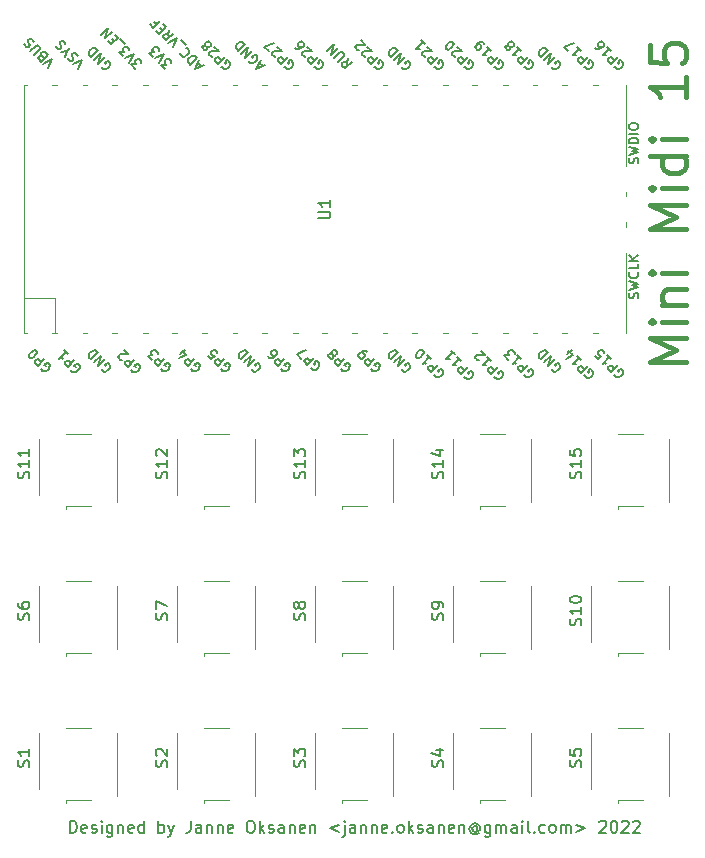
<source format=gbr>
%TF.GenerationSoftware,KiCad,Pcbnew,(6.0.7)*%
%TF.CreationDate,2022-10-15T23:14:26+02:00*%
%TF.ProjectId,15_button_controller,31355f62-7574-4746-9f6e-5f636f6e7472,rev?*%
%TF.SameCoordinates,Original*%
%TF.FileFunction,Legend,Top*%
%TF.FilePolarity,Positive*%
%FSLAX46Y46*%
G04 Gerber Fmt 4.6, Leading zero omitted, Abs format (unit mm)*
G04 Created by KiCad (PCBNEW (6.0.7)) date 2022-10-15 23:14:26*
%MOMM*%
%LPD*%
G01*
G04 APERTURE LIST*
%ADD10C,0.150000*%
%ADD11C,0.450000*%
%ADD12C,0.100000*%
%ADD13C,0.120000*%
G04 APERTURE END LIST*
D10*
X67344761Y-125166380D02*
X67344761Y-124166380D01*
X67582857Y-124166380D01*
X67725714Y-124214000D01*
X67820952Y-124309238D01*
X67868571Y-124404476D01*
X67916190Y-124594952D01*
X67916190Y-124737809D01*
X67868571Y-124928285D01*
X67820952Y-125023523D01*
X67725714Y-125118761D01*
X67582857Y-125166380D01*
X67344761Y-125166380D01*
X68725714Y-125118761D02*
X68630476Y-125166380D01*
X68440000Y-125166380D01*
X68344761Y-125118761D01*
X68297142Y-125023523D01*
X68297142Y-124642571D01*
X68344761Y-124547333D01*
X68440000Y-124499714D01*
X68630476Y-124499714D01*
X68725714Y-124547333D01*
X68773333Y-124642571D01*
X68773333Y-124737809D01*
X68297142Y-124833047D01*
X69154285Y-125118761D02*
X69249523Y-125166380D01*
X69440000Y-125166380D01*
X69535238Y-125118761D01*
X69582857Y-125023523D01*
X69582857Y-124975904D01*
X69535238Y-124880666D01*
X69440000Y-124833047D01*
X69297142Y-124833047D01*
X69201904Y-124785428D01*
X69154285Y-124690190D01*
X69154285Y-124642571D01*
X69201904Y-124547333D01*
X69297142Y-124499714D01*
X69440000Y-124499714D01*
X69535238Y-124547333D01*
X70011428Y-125166380D02*
X70011428Y-124499714D01*
X70011428Y-124166380D02*
X69963809Y-124214000D01*
X70011428Y-124261619D01*
X70059047Y-124214000D01*
X70011428Y-124166380D01*
X70011428Y-124261619D01*
X70916190Y-124499714D02*
X70916190Y-125309238D01*
X70868571Y-125404476D01*
X70820952Y-125452095D01*
X70725714Y-125499714D01*
X70582857Y-125499714D01*
X70487619Y-125452095D01*
X70916190Y-125118761D02*
X70820952Y-125166380D01*
X70630476Y-125166380D01*
X70535238Y-125118761D01*
X70487619Y-125071142D01*
X70440000Y-124975904D01*
X70440000Y-124690190D01*
X70487619Y-124594952D01*
X70535238Y-124547333D01*
X70630476Y-124499714D01*
X70820952Y-124499714D01*
X70916190Y-124547333D01*
X71392380Y-124499714D02*
X71392380Y-125166380D01*
X71392380Y-124594952D02*
X71440000Y-124547333D01*
X71535238Y-124499714D01*
X71678095Y-124499714D01*
X71773333Y-124547333D01*
X71820952Y-124642571D01*
X71820952Y-125166380D01*
X72678095Y-125118761D02*
X72582857Y-125166380D01*
X72392380Y-125166380D01*
X72297142Y-125118761D01*
X72249523Y-125023523D01*
X72249523Y-124642571D01*
X72297142Y-124547333D01*
X72392380Y-124499714D01*
X72582857Y-124499714D01*
X72678095Y-124547333D01*
X72725714Y-124642571D01*
X72725714Y-124737809D01*
X72249523Y-124833047D01*
X73582857Y-125166380D02*
X73582857Y-124166380D01*
X73582857Y-125118761D02*
X73487619Y-125166380D01*
X73297142Y-125166380D01*
X73201904Y-125118761D01*
X73154285Y-125071142D01*
X73106666Y-124975904D01*
X73106666Y-124690190D01*
X73154285Y-124594952D01*
X73201904Y-124547333D01*
X73297142Y-124499714D01*
X73487619Y-124499714D01*
X73582857Y-124547333D01*
X74820952Y-125166380D02*
X74820952Y-124166380D01*
X74820952Y-124547333D02*
X74916190Y-124499714D01*
X75106666Y-124499714D01*
X75201904Y-124547333D01*
X75249523Y-124594952D01*
X75297142Y-124690190D01*
X75297142Y-124975904D01*
X75249523Y-125071142D01*
X75201904Y-125118761D01*
X75106666Y-125166380D01*
X74916190Y-125166380D01*
X74820952Y-125118761D01*
X75630476Y-124499714D02*
X75868571Y-125166380D01*
X76106666Y-124499714D02*
X75868571Y-125166380D01*
X75773333Y-125404476D01*
X75725714Y-125452095D01*
X75630476Y-125499714D01*
X77535238Y-124166380D02*
X77535238Y-124880666D01*
X77487619Y-125023523D01*
X77392380Y-125118761D01*
X77249523Y-125166380D01*
X77154285Y-125166380D01*
X78440000Y-125166380D02*
X78440000Y-124642571D01*
X78392380Y-124547333D01*
X78297142Y-124499714D01*
X78106666Y-124499714D01*
X78011428Y-124547333D01*
X78440000Y-125118761D02*
X78344761Y-125166380D01*
X78106666Y-125166380D01*
X78011428Y-125118761D01*
X77963809Y-125023523D01*
X77963809Y-124928285D01*
X78011428Y-124833047D01*
X78106666Y-124785428D01*
X78344761Y-124785428D01*
X78440000Y-124737809D01*
X78916190Y-124499714D02*
X78916190Y-125166380D01*
X78916190Y-124594952D02*
X78963809Y-124547333D01*
X79059047Y-124499714D01*
X79201904Y-124499714D01*
X79297142Y-124547333D01*
X79344761Y-124642571D01*
X79344761Y-125166380D01*
X79820952Y-124499714D02*
X79820952Y-125166380D01*
X79820952Y-124594952D02*
X79868571Y-124547333D01*
X79963809Y-124499714D01*
X80106666Y-124499714D01*
X80201904Y-124547333D01*
X80249523Y-124642571D01*
X80249523Y-125166380D01*
X81106666Y-125118761D02*
X81011428Y-125166380D01*
X80820952Y-125166380D01*
X80725714Y-125118761D01*
X80678095Y-125023523D01*
X80678095Y-124642571D01*
X80725714Y-124547333D01*
X80820952Y-124499714D01*
X81011428Y-124499714D01*
X81106666Y-124547333D01*
X81154285Y-124642571D01*
X81154285Y-124737809D01*
X80678095Y-124833047D01*
X82535238Y-124166380D02*
X82725714Y-124166380D01*
X82820952Y-124214000D01*
X82916190Y-124309238D01*
X82963809Y-124499714D01*
X82963809Y-124833047D01*
X82916190Y-125023523D01*
X82820952Y-125118761D01*
X82725714Y-125166380D01*
X82535238Y-125166380D01*
X82440000Y-125118761D01*
X82344761Y-125023523D01*
X82297142Y-124833047D01*
X82297142Y-124499714D01*
X82344761Y-124309238D01*
X82440000Y-124214000D01*
X82535238Y-124166380D01*
X83392380Y-125166380D02*
X83392380Y-124166380D01*
X83487619Y-124785428D02*
X83773333Y-125166380D01*
X83773333Y-124499714D02*
X83392380Y-124880666D01*
X84154285Y-125118761D02*
X84249523Y-125166380D01*
X84440000Y-125166380D01*
X84535238Y-125118761D01*
X84582857Y-125023523D01*
X84582857Y-124975904D01*
X84535238Y-124880666D01*
X84440000Y-124833047D01*
X84297142Y-124833047D01*
X84201904Y-124785428D01*
X84154285Y-124690190D01*
X84154285Y-124642571D01*
X84201904Y-124547333D01*
X84297142Y-124499714D01*
X84440000Y-124499714D01*
X84535238Y-124547333D01*
X85440000Y-125166380D02*
X85440000Y-124642571D01*
X85392380Y-124547333D01*
X85297142Y-124499714D01*
X85106666Y-124499714D01*
X85011428Y-124547333D01*
X85440000Y-125118761D02*
X85344761Y-125166380D01*
X85106666Y-125166380D01*
X85011428Y-125118761D01*
X84963809Y-125023523D01*
X84963809Y-124928285D01*
X85011428Y-124833047D01*
X85106666Y-124785428D01*
X85344761Y-124785428D01*
X85440000Y-124737809D01*
X85916190Y-124499714D02*
X85916190Y-125166380D01*
X85916190Y-124594952D02*
X85963809Y-124547333D01*
X86059047Y-124499714D01*
X86201904Y-124499714D01*
X86297142Y-124547333D01*
X86344761Y-124642571D01*
X86344761Y-125166380D01*
X87201904Y-125118761D02*
X87106666Y-125166380D01*
X86916190Y-125166380D01*
X86820952Y-125118761D01*
X86773333Y-125023523D01*
X86773333Y-124642571D01*
X86820952Y-124547333D01*
X86916190Y-124499714D01*
X87106666Y-124499714D01*
X87201904Y-124547333D01*
X87249523Y-124642571D01*
X87249523Y-124737809D01*
X86773333Y-124833047D01*
X87678095Y-124499714D02*
X87678095Y-125166380D01*
X87678095Y-124594952D02*
X87725714Y-124547333D01*
X87820952Y-124499714D01*
X87963809Y-124499714D01*
X88059047Y-124547333D01*
X88106666Y-124642571D01*
X88106666Y-125166380D01*
X90106666Y-124499714D02*
X89344761Y-124785428D01*
X90106666Y-125071142D01*
X90582857Y-124499714D02*
X90582857Y-125356857D01*
X90535238Y-125452095D01*
X90440000Y-125499714D01*
X90392380Y-125499714D01*
X90582857Y-124166380D02*
X90535238Y-124214000D01*
X90582857Y-124261619D01*
X90630476Y-124214000D01*
X90582857Y-124166380D01*
X90582857Y-124261619D01*
X91487619Y-125166380D02*
X91487619Y-124642571D01*
X91440000Y-124547333D01*
X91344761Y-124499714D01*
X91154285Y-124499714D01*
X91059047Y-124547333D01*
X91487619Y-125118761D02*
X91392380Y-125166380D01*
X91154285Y-125166380D01*
X91059047Y-125118761D01*
X91011428Y-125023523D01*
X91011428Y-124928285D01*
X91059047Y-124833047D01*
X91154285Y-124785428D01*
X91392380Y-124785428D01*
X91487619Y-124737809D01*
X91963809Y-124499714D02*
X91963809Y-125166380D01*
X91963809Y-124594952D02*
X92011428Y-124547333D01*
X92106666Y-124499714D01*
X92249523Y-124499714D01*
X92344761Y-124547333D01*
X92392380Y-124642571D01*
X92392380Y-125166380D01*
X92868571Y-124499714D02*
X92868571Y-125166380D01*
X92868571Y-124594952D02*
X92916190Y-124547333D01*
X93011428Y-124499714D01*
X93154285Y-124499714D01*
X93249523Y-124547333D01*
X93297142Y-124642571D01*
X93297142Y-125166380D01*
X94154285Y-125118761D02*
X94059047Y-125166380D01*
X93868571Y-125166380D01*
X93773333Y-125118761D01*
X93725714Y-125023523D01*
X93725714Y-124642571D01*
X93773333Y-124547333D01*
X93868571Y-124499714D01*
X94059047Y-124499714D01*
X94154285Y-124547333D01*
X94201904Y-124642571D01*
X94201904Y-124737809D01*
X93725714Y-124833047D01*
X94630476Y-125071142D02*
X94678095Y-125118761D01*
X94630476Y-125166380D01*
X94582857Y-125118761D01*
X94630476Y-125071142D01*
X94630476Y-125166380D01*
X95249523Y-125166380D02*
X95154285Y-125118761D01*
X95106666Y-125071142D01*
X95059047Y-124975904D01*
X95059047Y-124690190D01*
X95106666Y-124594952D01*
X95154285Y-124547333D01*
X95249523Y-124499714D01*
X95392380Y-124499714D01*
X95487619Y-124547333D01*
X95535238Y-124594952D01*
X95582857Y-124690190D01*
X95582857Y-124975904D01*
X95535238Y-125071142D01*
X95487619Y-125118761D01*
X95392380Y-125166380D01*
X95249523Y-125166380D01*
X96011428Y-125166380D02*
X96011428Y-124166380D01*
X96106666Y-124785428D02*
X96392380Y-125166380D01*
X96392380Y-124499714D02*
X96011428Y-124880666D01*
X96773333Y-125118761D02*
X96868571Y-125166380D01*
X97059047Y-125166380D01*
X97154285Y-125118761D01*
X97201904Y-125023523D01*
X97201904Y-124975904D01*
X97154285Y-124880666D01*
X97059047Y-124833047D01*
X96916190Y-124833047D01*
X96820952Y-124785428D01*
X96773333Y-124690190D01*
X96773333Y-124642571D01*
X96820952Y-124547333D01*
X96916190Y-124499714D01*
X97059047Y-124499714D01*
X97154285Y-124547333D01*
X98059047Y-125166380D02*
X98059047Y-124642571D01*
X98011428Y-124547333D01*
X97916190Y-124499714D01*
X97725714Y-124499714D01*
X97630476Y-124547333D01*
X98059047Y-125118761D02*
X97963809Y-125166380D01*
X97725714Y-125166380D01*
X97630476Y-125118761D01*
X97582857Y-125023523D01*
X97582857Y-124928285D01*
X97630476Y-124833047D01*
X97725714Y-124785428D01*
X97963809Y-124785428D01*
X98059047Y-124737809D01*
X98535238Y-124499714D02*
X98535238Y-125166380D01*
X98535238Y-124594952D02*
X98582857Y-124547333D01*
X98678095Y-124499714D01*
X98820952Y-124499714D01*
X98916190Y-124547333D01*
X98963809Y-124642571D01*
X98963809Y-125166380D01*
X99820952Y-125118761D02*
X99725714Y-125166380D01*
X99535238Y-125166380D01*
X99440000Y-125118761D01*
X99392380Y-125023523D01*
X99392380Y-124642571D01*
X99440000Y-124547333D01*
X99535238Y-124499714D01*
X99725714Y-124499714D01*
X99820952Y-124547333D01*
X99868571Y-124642571D01*
X99868571Y-124737809D01*
X99392380Y-124833047D01*
X100297142Y-124499714D02*
X100297142Y-125166380D01*
X100297142Y-124594952D02*
X100344761Y-124547333D01*
X100440000Y-124499714D01*
X100582857Y-124499714D01*
X100678095Y-124547333D01*
X100725714Y-124642571D01*
X100725714Y-125166380D01*
X101820952Y-124690190D02*
X101773333Y-124642571D01*
X101678095Y-124594952D01*
X101582857Y-124594952D01*
X101487619Y-124642571D01*
X101440000Y-124690190D01*
X101392380Y-124785428D01*
X101392380Y-124880666D01*
X101440000Y-124975904D01*
X101487619Y-125023523D01*
X101582857Y-125071142D01*
X101678095Y-125071142D01*
X101773333Y-125023523D01*
X101820952Y-124975904D01*
X101820952Y-124594952D02*
X101820952Y-124975904D01*
X101868571Y-125023523D01*
X101916190Y-125023523D01*
X102011428Y-124975904D01*
X102059047Y-124880666D01*
X102059047Y-124642571D01*
X101963809Y-124499714D01*
X101820952Y-124404476D01*
X101630476Y-124356857D01*
X101440000Y-124404476D01*
X101297142Y-124499714D01*
X101201904Y-124642571D01*
X101154285Y-124833047D01*
X101201904Y-125023523D01*
X101297142Y-125166380D01*
X101440000Y-125261619D01*
X101630476Y-125309238D01*
X101820952Y-125261619D01*
X101963809Y-125166380D01*
X102916190Y-124499714D02*
X102916190Y-125309238D01*
X102868571Y-125404476D01*
X102820952Y-125452095D01*
X102725714Y-125499714D01*
X102582857Y-125499714D01*
X102487619Y-125452095D01*
X102916190Y-125118761D02*
X102820952Y-125166380D01*
X102630476Y-125166380D01*
X102535238Y-125118761D01*
X102487619Y-125071142D01*
X102440000Y-124975904D01*
X102440000Y-124690190D01*
X102487619Y-124594952D01*
X102535238Y-124547333D01*
X102630476Y-124499714D01*
X102820952Y-124499714D01*
X102916190Y-124547333D01*
X103392380Y-125166380D02*
X103392380Y-124499714D01*
X103392380Y-124594952D02*
X103439999Y-124547333D01*
X103535238Y-124499714D01*
X103678095Y-124499714D01*
X103773333Y-124547333D01*
X103820952Y-124642571D01*
X103820952Y-125166380D01*
X103820952Y-124642571D02*
X103868571Y-124547333D01*
X103963809Y-124499714D01*
X104106666Y-124499714D01*
X104201904Y-124547333D01*
X104249523Y-124642571D01*
X104249523Y-125166380D01*
X105154285Y-125166380D02*
X105154285Y-124642571D01*
X105106666Y-124547333D01*
X105011428Y-124499714D01*
X104820952Y-124499714D01*
X104725714Y-124547333D01*
X105154285Y-125118761D02*
X105059047Y-125166380D01*
X104820952Y-125166380D01*
X104725714Y-125118761D01*
X104678095Y-125023523D01*
X104678095Y-124928285D01*
X104725714Y-124833047D01*
X104820952Y-124785428D01*
X105059047Y-124785428D01*
X105154285Y-124737809D01*
X105630476Y-125166380D02*
X105630476Y-124499714D01*
X105630476Y-124166380D02*
X105582857Y-124214000D01*
X105630476Y-124261619D01*
X105678095Y-124214000D01*
X105630476Y-124166380D01*
X105630476Y-124261619D01*
X106249523Y-125166380D02*
X106154285Y-125118761D01*
X106106666Y-125023523D01*
X106106666Y-124166380D01*
X106630476Y-125071142D02*
X106678095Y-125118761D01*
X106630476Y-125166380D01*
X106582857Y-125118761D01*
X106630476Y-125071142D01*
X106630476Y-125166380D01*
X107535238Y-125118761D02*
X107440000Y-125166380D01*
X107249523Y-125166380D01*
X107154285Y-125118761D01*
X107106666Y-125071142D01*
X107059047Y-124975904D01*
X107059047Y-124690190D01*
X107106666Y-124594952D01*
X107154285Y-124547333D01*
X107249523Y-124499714D01*
X107440000Y-124499714D01*
X107535238Y-124547333D01*
X108106666Y-125166380D02*
X108011428Y-125118761D01*
X107963809Y-125071142D01*
X107916190Y-124975904D01*
X107916190Y-124690190D01*
X107963809Y-124594952D01*
X108011428Y-124547333D01*
X108106666Y-124499714D01*
X108249523Y-124499714D01*
X108344761Y-124547333D01*
X108392380Y-124594952D01*
X108440000Y-124690190D01*
X108440000Y-124975904D01*
X108392380Y-125071142D01*
X108344761Y-125118761D01*
X108249523Y-125166380D01*
X108106666Y-125166380D01*
X108868571Y-125166380D02*
X108868571Y-124499714D01*
X108868571Y-124594952D02*
X108916190Y-124547333D01*
X109011428Y-124499714D01*
X109154285Y-124499714D01*
X109249523Y-124547333D01*
X109297142Y-124642571D01*
X109297142Y-125166380D01*
X109297142Y-124642571D02*
X109344761Y-124547333D01*
X109439999Y-124499714D01*
X109582857Y-124499714D01*
X109678095Y-124547333D01*
X109725714Y-124642571D01*
X109725714Y-125166380D01*
X110201904Y-124499714D02*
X110963809Y-124785428D01*
X110201904Y-125071142D01*
X112154285Y-124261619D02*
X112201904Y-124214000D01*
X112297142Y-124166380D01*
X112535238Y-124166380D01*
X112630476Y-124214000D01*
X112678095Y-124261619D01*
X112725714Y-124356857D01*
X112725714Y-124452095D01*
X112678095Y-124594952D01*
X112106666Y-125166380D01*
X112725714Y-125166380D01*
X113344761Y-124166380D02*
X113440000Y-124166380D01*
X113535238Y-124214000D01*
X113582857Y-124261619D01*
X113630476Y-124356857D01*
X113678095Y-124547333D01*
X113678095Y-124785428D01*
X113630476Y-124975904D01*
X113582857Y-125071142D01*
X113535238Y-125118761D01*
X113440000Y-125166380D01*
X113344761Y-125166380D01*
X113249523Y-125118761D01*
X113201904Y-125071142D01*
X113154285Y-124975904D01*
X113106666Y-124785428D01*
X113106666Y-124547333D01*
X113154285Y-124356857D01*
X113201904Y-124261619D01*
X113249523Y-124214000D01*
X113344761Y-124166380D01*
X114059047Y-124261619D02*
X114106666Y-124214000D01*
X114201904Y-124166380D01*
X114440000Y-124166380D01*
X114535238Y-124214000D01*
X114582857Y-124261619D01*
X114630476Y-124356857D01*
X114630476Y-124452095D01*
X114582857Y-124594952D01*
X114011428Y-125166380D01*
X114630476Y-125166380D01*
X115011428Y-124261619D02*
X115059047Y-124214000D01*
X115154285Y-124166380D01*
X115392380Y-124166380D01*
X115487619Y-124214000D01*
X115535238Y-124261619D01*
X115582857Y-124356857D01*
X115582857Y-124452095D01*
X115535238Y-124594952D01*
X114963809Y-125166380D01*
X115582857Y-125166380D01*
D11*
X119467142Y-85310571D02*
X116467142Y-85310571D01*
X118610000Y-84310571D01*
X116467142Y-83310571D01*
X119467142Y-83310571D01*
X119467142Y-81882000D02*
X117467142Y-81882000D01*
X116467142Y-81882000D02*
X116610000Y-82024857D01*
X116752857Y-81882000D01*
X116610000Y-81739142D01*
X116467142Y-81882000D01*
X116752857Y-81882000D01*
X117467142Y-80453428D02*
X119467142Y-80453428D01*
X117752857Y-80453428D02*
X117610000Y-80310571D01*
X117467142Y-80024857D01*
X117467142Y-79596285D01*
X117610000Y-79310571D01*
X117895714Y-79167714D01*
X119467142Y-79167714D01*
X119467142Y-77739142D02*
X117467142Y-77739142D01*
X116467142Y-77739142D02*
X116610000Y-77882000D01*
X116752857Y-77739142D01*
X116610000Y-77596285D01*
X116467142Y-77739142D01*
X116752857Y-77739142D01*
X119467142Y-74024857D02*
X116467142Y-74024857D01*
X118610000Y-73024857D01*
X116467142Y-72024857D01*
X119467142Y-72024857D01*
X119467142Y-70596285D02*
X117467142Y-70596285D01*
X116467142Y-70596285D02*
X116610000Y-70739142D01*
X116752857Y-70596285D01*
X116610000Y-70453428D01*
X116467142Y-70596285D01*
X116752857Y-70596285D01*
X119467142Y-67882000D02*
X116467142Y-67882000D01*
X119324285Y-67882000D02*
X119467142Y-68167714D01*
X119467142Y-68739142D01*
X119324285Y-69024857D01*
X119181428Y-69167714D01*
X118895714Y-69310571D01*
X118038571Y-69310571D01*
X117752857Y-69167714D01*
X117610000Y-69024857D01*
X117467142Y-68739142D01*
X117467142Y-68167714D01*
X117610000Y-67882000D01*
X119467142Y-66453428D02*
X117467142Y-66453428D01*
X116467142Y-66453428D02*
X116610000Y-66596285D01*
X116752857Y-66453428D01*
X116610000Y-66310571D01*
X116467142Y-66453428D01*
X116752857Y-66453428D01*
X119467142Y-61167714D02*
X119467142Y-62882000D01*
X119467142Y-62024857D02*
X116467142Y-62024857D01*
X116895714Y-62310571D01*
X117181428Y-62596285D01*
X117324285Y-62882000D01*
X116467142Y-58453428D02*
X116467142Y-59882000D01*
X117895714Y-60024857D01*
X117752857Y-59882000D01*
X117610000Y-59596285D01*
X117610000Y-58882000D01*
X117752857Y-58596285D01*
X117895714Y-58453428D01*
X118181428Y-58310571D01*
X118895714Y-58310571D01*
X119181428Y-58453428D01*
X119324285Y-58596285D01*
X119467142Y-58882000D01*
X119467142Y-59596285D01*
X119324285Y-59882000D01*
X119181428Y-60024857D01*
D10*
%TO.C,S3*%
X87221961Y-119581904D02*
X87269580Y-119439047D01*
X87269580Y-119200952D01*
X87221961Y-119105714D01*
X87174342Y-119058095D01*
X87079104Y-119010476D01*
X86983866Y-119010476D01*
X86888628Y-119058095D01*
X86841009Y-119105714D01*
X86793390Y-119200952D01*
X86745771Y-119391428D01*
X86698152Y-119486666D01*
X86650533Y-119534285D01*
X86555295Y-119581904D01*
X86460057Y-119581904D01*
X86364819Y-119534285D01*
X86317200Y-119486666D01*
X86269580Y-119391428D01*
X86269580Y-119153333D01*
X86317200Y-119010476D01*
X86269580Y-118677142D02*
X86269580Y-118058095D01*
X86650533Y-118391428D01*
X86650533Y-118248571D01*
X86698152Y-118153333D01*
X86745771Y-118105714D01*
X86841009Y-118058095D01*
X87079104Y-118058095D01*
X87174342Y-118105714D01*
X87221961Y-118153333D01*
X87269580Y-118248571D01*
X87269580Y-118534285D01*
X87221961Y-118629523D01*
X87174342Y-118677142D01*
%TO.C,S10*%
X110589961Y-107612095D02*
X110637580Y-107469238D01*
X110637580Y-107231142D01*
X110589961Y-107135904D01*
X110542342Y-107088285D01*
X110447104Y-107040666D01*
X110351866Y-107040666D01*
X110256628Y-107088285D01*
X110209009Y-107135904D01*
X110161390Y-107231142D01*
X110113771Y-107421619D01*
X110066152Y-107516857D01*
X110018533Y-107564476D01*
X109923295Y-107612095D01*
X109828057Y-107612095D01*
X109732819Y-107564476D01*
X109685200Y-107516857D01*
X109637580Y-107421619D01*
X109637580Y-107183523D01*
X109685200Y-107040666D01*
X110637580Y-106088285D02*
X110637580Y-106659714D01*
X110637580Y-106374000D02*
X109637580Y-106374000D01*
X109780438Y-106469238D01*
X109875676Y-106564476D01*
X109923295Y-106659714D01*
X109637580Y-105469238D02*
X109637580Y-105374000D01*
X109685200Y-105278761D01*
X109732819Y-105231142D01*
X109828057Y-105183523D01*
X110018533Y-105135904D01*
X110256628Y-105135904D01*
X110447104Y-105183523D01*
X110542342Y-105231142D01*
X110589961Y-105278761D01*
X110637580Y-105374000D01*
X110637580Y-105469238D01*
X110589961Y-105564476D01*
X110542342Y-105612095D01*
X110447104Y-105659714D01*
X110256628Y-105707333D01*
X110018533Y-105707333D01*
X109828057Y-105659714D01*
X109732819Y-105612095D01*
X109685200Y-105564476D01*
X109637580Y-105469238D01*
%TO.C,S4*%
X98905961Y-119581904D02*
X98953580Y-119439047D01*
X98953580Y-119200952D01*
X98905961Y-119105714D01*
X98858342Y-119058095D01*
X98763104Y-119010476D01*
X98667866Y-119010476D01*
X98572628Y-119058095D01*
X98525009Y-119105714D01*
X98477390Y-119200952D01*
X98429771Y-119391428D01*
X98382152Y-119486666D01*
X98334533Y-119534285D01*
X98239295Y-119581904D01*
X98144057Y-119581904D01*
X98048819Y-119534285D01*
X98001200Y-119486666D01*
X97953580Y-119391428D01*
X97953580Y-119153333D01*
X98001200Y-119010476D01*
X98286914Y-118153333D02*
X98953580Y-118153333D01*
X97905961Y-118391428D02*
X98620247Y-118629523D01*
X98620247Y-118010476D01*
%TO.C,S8*%
X87221961Y-107135904D02*
X87269580Y-106993047D01*
X87269580Y-106754952D01*
X87221961Y-106659714D01*
X87174342Y-106612095D01*
X87079104Y-106564476D01*
X86983866Y-106564476D01*
X86888628Y-106612095D01*
X86841009Y-106659714D01*
X86793390Y-106754952D01*
X86745771Y-106945428D01*
X86698152Y-107040666D01*
X86650533Y-107088285D01*
X86555295Y-107135904D01*
X86460057Y-107135904D01*
X86364819Y-107088285D01*
X86317200Y-107040666D01*
X86269580Y-106945428D01*
X86269580Y-106707333D01*
X86317200Y-106564476D01*
X86698152Y-105993047D02*
X86650533Y-106088285D01*
X86602914Y-106135904D01*
X86507676Y-106183523D01*
X86460057Y-106183523D01*
X86364819Y-106135904D01*
X86317200Y-106088285D01*
X86269580Y-105993047D01*
X86269580Y-105802571D01*
X86317200Y-105707333D01*
X86364819Y-105659714D01*
X86460057Y-105612095D01*
X86507676Y-105612095D01*
X86602914Y-105659714D01*
X86650533Y-105707333D01*
X86698152Y-105802571D01*
X86698152Y-105993047D01*
X86745771Y-106088285D01*
X86793390Y-106135904D01*
X86888628Y-106183523D01*
X87079104Y-106183523D01*
X87174342Y-106135904D01*
X87221961Y-106088285D01*
X87269580Y-105993047D01*
X87269580Y-105802571D01*
X87221961Y-105707333D01*
X87174342Y-105659714D01*
X87079104Y-105612095D01*
X86888628Y-105612095D01*
X86793390Y-105659714D01*
X86745771Y-105707333D01*
X86698152Y-105802571D01*
%TO.C,S11*%
X63853961Y-95166095D02*
X63901580Y-95023238D01*
X63901580Y-94785142D01*
X63853961Y-94689904D01*
X63806342Y-94642285D01*
X63711104Y-94594666D01*
X63615866Y-94594666D01*
X63520628Y-94642285D01*
X63473009Y-94689904D01*
X63425390Y-94785142D01*
X63377771Y-94975619D01*
X63330152Y-95070857D01*
X63282533Y-95118476D01*
X63187295Y-95166095D01*
X63092057Y-95166095D01*
X62996819Y-95118476D01*
X62949200Y-95070857D01*
X62901580Y-94975619D01*
X62901580Y-94737523D01*
X62949200Y-94594666D01*
X63901580Y-93642285D02*
X63901580Y-94213714D01*
X63901580Y-93928000D02*
X62901580Y-93928000D01*
X63044438Y-94023238D01*
X63139676Y-94118476D01*
X63187295Y-94213714D01*
X63901580Y-92689904D02*
X63901580Y-93261333D01*
X63901580Y-92975619D02*
X62901580Y-92975619D01*
X63044438Y-93070857D01*
X63139676Y-93166095D01*
X63187295Y-93261333D01*
%TO.C,S2*%
X75537961Y-119581904D02*
X75585580Y-119439047D01*
X75585580Y-119200952D01*
X75537961Y-119105714D01*
X75490342Y-119058095D01*
X75395104Y-119010476D01*
X75299866Y-119010476D01*
X75204628Y-119058095D01*
X75157009Y-119105714D01*
X75109390Y-119200952D01*
X75061771Y-119391428D01*
X75014152Y-119486666D01*
X74966533Y-119534285D01*
X74871295Y-119581904D01*
X74776057Y-119581904D01*
X74680819Y-119534285D01*
X74633200Y-119486666D01*
X74585580Y-119391428D01*
X74585580Y-119153333D01*
X74633200Y-119010476D01*
X74680819Y-118629523D02*
X74633200Y-118581904D01*
X74585580Y-118486666D01*
X74585580Y-118248571D01*
X74633200Y-118153333D01*
X74680819Y-118105714D01*
X74776057Y-118058095D01*
X74871295Y-118058095D01*
X75014152Y-118105714D01*
X75585580Y-118677142D01*
X75585580Y-118058095D01*
%TO.C,S15*%
X110589961Y-95166095D02*
X110637580Y-95023238D01*
X110637580Y-94785142D01*
X110589961Y-94689904D01*
X110542342Y-94642285D01*
X110447104Y-94594666D01*
X110351866Y-94594666D01*
X110256628Y-94642285D01*
X110209009Y-94689904D01*
X110161390Y-94785142D01*
X110113771Y-94975619D01*
X110066152Y-95070857D01*
X110018533Y-95118476D01*
X109923295Y-95166095D01*
X109828057Y-95166095D01*
X109732819Y-95118476D01*
X109685200Y-95070857D01*
X109637580Y-94975619D01*
X109637580Y-94737523D01*
X109685200Y-94594666D01*
X110637580Y-93642285D02*
X110637580Y-94213714D01*
X110637580Y-93928000D02*
X109637580Y-93928000D01*
X109780438Y-94023238D01*
X109875676Y-94118476D01*
X109923295Y-94213714D01*
X109637580Y-92737523D02*
X109637580Y-93213714D01*
X110113771Y-93261333D01*
X110066152Y-93213714D01*
X110018533Y-93118476D01*
X110018533Y-92880380D01*
X110066152Y-92785142D01*
X110113771Y-92737523D01*
X110209009Y-92689904D01*
X110447104Y-92689904D01*
X110542342Y-92737523D01*
X110589961Y-92785142D01*
X110637580Y-92880380D01*
X110637580Y-93118476D01*
X110589961Y-93213714D01*
X110542342Y-93261333D01*
%TO.C,S14*%
X98905961Y-95166095D02*
X98953580Y-95023238D01*
X98953580Y-94785142D01*
X98905961Y-94689904D01*
X98858342Y-94642285D01*
X98763104Y-94594666D01*
X98667866Y-94594666D01*
X98572628Y-94642285D01*
X98525009Y-94689904D01*
X98477390Y-94785142D01*
X98429771Y-94975619D01*
X98382152Y-95070857D01*
X98334533Y-95118476D01*
X98239295Y-95166095D01*
X98144057Y-95166095D01*
X98048819Y-95118476D01*
X98001200Y-95070857D01*
X97953580Y-94975619D01*
X97953580Y-94737523D01*
X98001200Y-94594666D01*
X98953580Y-93642285D02*
X98953580Y-94213714D01*
X98953580Y-93928000D02*
X97953580Y-93928000D01*
X98096438Y-94023238D01*
X98191676Y-94118476D01*
X98239295Y-94213714D01*
X98286914Y-92785142D02*
X98953580Y-92785142D01*
X97905961Y-93023238D02*
X98620247Y-93261333D01*
X98620247Y-92642285D01*
%TO.C,S9*%
X98905961Y-107135904D02*
X98953580Y-106993047D01*
X98953580Y-106754952D01*
X98905961Y-106659714D01*
X98858342Y-106612095D01*
X98763104Y-106564476D01*
X98667866Y-106564476D01*
X98572628Y-106612095D01*
X98525009Y-106659714D01*
X98477390Y-106754952D01*
X98429771Y-106945428D01*
X98382152Y-107040666D01*
X98334533Y-107088285D01*
X98239295Y-107135904D01*
X98144057Y-107135904D01*
X98048819Y-107088285D01*
X98001200Y-107040666D01*
X97953580Y-106945428D01*
X97953580Y-106707333D01*
X98001200Y-106564476D01*
X98953580Y-106088285D02*
X98953580Y-105897809D01*
X98905961Y-105802571D01*
X98858342Y-105754952D01*
X98715485Y-105659714D01*
X98525009Y-105612095D01*
X98144057Y-105612095D01*
X98048819Y-105659714D01*
X98001200Y-105707333D01*
X97953580Y-105802571D01*
X97953580Y-105993047D01*
X98001200Y-106088285D01*
X98048819Y-106135904D01*
X98144057Y-106183523D01*
X98382152Y-106183523D01*
X98477390Y-106135904D01*
X98525009Y-106088285D01*
X98572628Y-105993047D01*
X98572628Y-105802571D01*
X98525009Y-105707333D01*
X98477390Y-105659714D01*
X98382152Y-105612095D01*
%TO.C,S7*%
X75537961Y-107135904D02*
X75585580Y-106993047D01*
X75585580Y-106754952D01*
X75537961Y-106659714D01*
X75490342Y-106612095D01*
X75395104Y-106564476D01*
X75299866Y-106564476D01*
X75204628Y-106612095D01*
X75157009Y-106659714D01*
X75109390Y-106754952D01*
X75061771Y-106945428D01*
X75014152Y-107040666D01*
X74966533Y-107088285D01*
X74871295Y-107135904D01*
X74776057Y-107135904D01*
X74680819Y-107088285D01*
X74633200Y-107040666D01*
X74585580Y-106945428D01*
X74585580Y-106707333D01*
X74633200Y-106564476D01*
X74585580Y-106231142D02*
X74585580Y-105564476D01*
X75585580Y-105993047D01*
%TO.C,S12*%
X75537961Y-95166095D02*
X75585580Y-95023238D01*
X75585580Y-94785142D01*
X75537961Y-94689904D01*
X75490342Y-94642285D01*
X75395104Y-94594666D01*
X75299866Y-94594666D01*
X75204628Y-94642285D01*
X75157009Y-94689904D01*
X75109390Y-94785142D01*
X75061771Y-94975619D01*
X75014152Y-95070857D01*
X74966533Y-95118476D01*
X74871295Y-95166095D01*
X74776057Y-95166095D01*
X74680819Y-95118476D01*
X74633200Y-95070857D01*
X74585580Y-94975619D01*
X74585580Y-94737523D01*
X74633200Y-94594666D01*
X75585580Y-93642285D02*
X75585580Y-94213714D01*
X75585580Y-93928000D02*
X74585580Y-93928000D01*
X74728438Y-94023238D01*
X74823676Y-94118476D01*
X74871295Y-94213714D01*
X74680819Y-93261333D02*
X74633200Y-93213714D01*
X74585580Y-93118476D01*
X74585580Y-92880380D01*
X74633200Y-92785142D01*
X74680819Y-92737523D01*
X74776057Y-92689904D01*
X74871295Y-92689904D01*
X75014152Y-92737523D01*
X75585580Y-93308952D01*
X75585580Y-92689904D01*
%TO.C,U1*%
X88352380Y-73151904D02*
X89161904Y-73151904D01*
X89257142Y-73104285D01*
X89304761Y-73056666D01*
X89352380Y-72961428D01*
X89352380Y-72770952D01*
X89304761Y-72675714D01*
X89257142Y-72628095D01*
X89161904Y-72580476D01*
X88352380Y-72580476D01*
X89352380Y-71580476D02*
X89352380Y-72151904D01*
X89352380Y-71866190D02*
X88352380Y-71866190D01*
X88495238Y-71961428D01*
X88590476Y-72056666D01*
X88638095Y-72151904D01*
X92831218Y-85876903D02*
X92858155Y-85957715D01*
X92938967Y-86038528D01*
X93046717Y-86092402D01*
X93154467Y-86092402D01*
X93235279Y-86065465D01*
X93369966Y-85984653D01*
X93450778Y-85903841D01*
X93531590Y-85769154D01*
X93558528Y-85688341D01*
X93558528Y-85580592D01*
X93504653Y-85472842D01*
X93450778Y-85418967D01*
X93343028Y-85365093D01*
X93289154Y-85365093D01*
X93100592Y-85553654D01*
X93208341Y-85661404D01*
X93100592Y-85068781D02*
X92534906Y-85634467D01*
X92319407Y-85418967D01*
X92292470Y-85338155D01*
X92292470Y-85284280D01*
X92319407Y-85203468D01*
X92400219Y-85122656D01*
X92481032Y-85095719D01*
X92534906Y-85095719D01*
X92615719Y-85122656D01*
X92831218Y-85338155D01*
X92507969Y-84476158D02*
X92400219Y-84368409D01*
X92319407Y-84341471D01*
X92265532Y-84341471D01*
X92130845Y-84368409D01*
X91996158Y-84449221D01*
X91780659Y-84664720D01*
X91753722Y-84745532D01*
X91753722Y-84799407D01*
X91780659Y-84880219D01*
X91888409Y-84987969D01*
X91969221Y-85014906D01*
X92023096Y-85014906D01*
X92103908Y-84987969D01*
X92238595Y-84853282D01*
X92265532Y-84772470D01*
X92265532Y-84718595D01*
X92238595Y-84637783D01*
X92130845Y-84530033D01*
X92050033Y-84503096D01*
X91996158Y-84503096D01*
X91915346Y-84530033D01*
X100720592Y-60292277D02*
X100747529Y-60373089D01*
X100828341Y-60453902D01*
X100936091Y-60507776D01*
X101043841Y-60507776D01*
X101124653Y-60480839D01*
X101259340Y-60400027D01*
X101340152Y-60319215D01*
X101420964Y-60184528D01*
X101447902Y-60103715D01*
X101447902Y-59995966D01*
X101394027Y-59888216D01*
X101340152Y-59834341D01*
X101232402Y-59780467D01*
X101178528Y-59780467D01*
X100989966Y-59969028D01*
X101097715Y-60076778D01*
X100989966Y-59484155D02*
X100424280Y-60049841D01*
X100208781Y-59834341D01*
X100181844Y-59753529D01*
X100181844Y-59699654D01*
X100208781Y-59618842D01*
X100289593Y-59538030D01*
X100370406Y-59511093D01*
X100424280Y-59511093D01*
X100505093Y-59538030D01*
X100720592Y-59753529D01*
X99939407Y-59457218D02*
X99885532Y-59457218D01*
X99804720Y-59430280D01*
X99670033Y-59295593D01*
X99643096Y-59214781D01*
X99643096Y-59160906D01*
X99670033Y-59080094D01*
X99723908Y-59026219D01*
X99831658Y-58972345D01*
X100478155Y-58972345D01*
X100127969Y-58622158D01*
X99212097Y-58837658D02*
X99158223Y-58783783D01*
X99131285Y-58702971D01*
X99131285Y-58649096D01*
X99158223Y-58568284D01*
X99239035Y-58433597D01*
X99373722Y-58298910D01*
X99508409Y-58218097D01*
X99589221Y-58191160D01*
X99643096Y-58191160D01*
X99723908Y-58218097D01*
X99777783Y-58271972D01*
X99804720Y-58352784D01*
X99804720Y-58406659D01*
X99777783Y-58487471D01*
X99696971Y-58622158D01*
X99562284Y-58756845D01*
X99427597Y-58837658D01*
X99346784Y-58864595D01*
X99292910Y-58864595D01*
X99212097Y-58837658D01*
X95398155Y-60303841D02*
X95425093Y-60384653D01*
X95505905Y-60465465D01*
X95613654Y-60519340D01*
X95721404Y-60519340D01*
X95802216Y-60492402D01*
X95936903Y-60411590D01*
X96017715Y-60330778D01*
X96098528Y-60196091D01*
X96125465Y-60115279D01*
X96125465Y-60007529D01*
X96071590Y-59899780D01*
X96017715Y-59845905D01*
X95909966Y-59792030D01*
X95856091Y-59792030D01*
X95667529Y-59980592D01*
X95775279Y-60088341D01*
X95667529Y-59495719D02*
X95101844Y-60061404D01*
X95344280Y-59172470D01*
X94778595Y-59738155D01*
X95074906Y-58903096D02*
X94509221Y-59468781D01*
X94374534Y-59334094D01*
X94320659Y-59226345D01*
X94320659Y-59118595D01*
X94347597Y-59037783D01*
X94428409Y-58903096D01*
X94509221Y-58822284D01*
X94643908Y-58741471D01*
X94724720Y-58714534D01*
X94832470Y-58714534D01*
X94940219Y-58768409D01*
X95074906Y-58903096D01*
X98190592Y-60292277D02*
X98217529Y-60373089D01*
X98298341Y-60453902D01*
X98406091Y-60507776D01*
X98513841Y-60507776D01*
X98594653Y-60480839D01*
X98729340Y-60400027D01*
X98810152Y-60319215D01*
X98890964Y-60184528D01*
X98917902Y-60103715D01*
X98917902Y-59995966D01*
X98864027Y-59888216D01*
X98810152Y-59834341D01*
X98702402Y-59780467D01*
X98648528Y-59780467D01*
X98459966Y-59969028D01*
X98567715Y-60076778D01*
X98459966Y-59484155D02*
X97894280Y-60049841D01*
X97678781Y-59834341D01*
X97651844Y-59753529D01*
X97651844Y-59699654D01*
X97678781Y-59618842D01*
X97759593Y-59538030D01*
X97840406Y-59511093D01*
X97894280Y-59511093D01*
X97975093Y-59538030D01*
X98190592Y-59753529D01*
X97409407Y-59457218D02*
X97355532Y-59457218D01*
X97274720Y-59430280D01*
X97140033Y-59295593D01*
X97113096Y-59214781D01*
X97113096Y-59160906D01*
X97140033Y-59080094D01*
X97193908Y-59026219D01*
X97301658Y-58972345D01*
X97948155Y-58972345D01*
X97597969Y-58622158D01*
X97059221Y-58083410D02*
X97382470Y-58406659D01*
X97220845Y-58245035D02*
X96655160Y-58810720D01*
X96789847Y-58783783D01*
X96897597Y-58783783D01*
X96978409Y-58810720D01*
X72858308Y-60467868D02*
X72508122Y-60117682D01*
X72912183Y-60090744D01*
X72831370Y-60009932D01*
X72804433Y-59929120D01*
X72804433Y-59875245D01*
X72831370Y-59794433D01*
X72966057Y-59659746D01*
X73046870Y-59632809D01*
X73100744Y-59632809D01*
X73181557Y-59659746D01*
X73343181Y-59821370D01*
X73370118Y-59902183D01*
X73370118Y-59956057D01*
X72346497Y-59956057D02*
X72723621Y-59201810D01*
X71969374Y-59578934D01*
X71834687Y-59444247D02*
X71484500Y-59094061D01*
X71888561Y-59067123D01*
X71807749Y-58986311D01*
X71780812Y-58905499D01*
X71780812Y-58851624D01*
X71807749Y-58770812D01*
X71942436Y-58636125D01*
X72023248Y-58609187D01*
X72077123Y-58609187D01*
X72157935Y-58636125D01*
X72319560Y-58797749D01*
X72346497Y-58878561D01*
X72346497Y-58932436D01*
X71996311Y-58366751D02*
X71565312Y-57935752D01*
X71080439Y-58151251D02*
X70891877Y-57962690D01*
X71107377Y-57585566D02*
X71376751Y-57854940D01*
X70811065Y-58420625D01*
X70541691Y-58151251D01*
X70864940Y-57343129D02*
X70299255Y-57908815D01*
X70541691Y-57019881D01*
X69976006Y-57585566D01*
X65427309Y-60436870D02*
X65804433Y-59682622D01*
X65050186Y-60059746D01*
X64942436Y-59413248D02*
X64888561Y-59305499D01*
X64888561Y-59251624D01*
X64915499Y-59170812D01*
X64996311Y-59090000D01*
X65077123Y-59063062D01*
X65130998Y-59063062D01*
X65211810Y-59090000D01*
X65427309Y-59305499D01*
X64861624Y-59871184D01*
X64673062Y-59682622D01*
X64646125Y-59601810D01*
X64646125Y-59547935D01*
X64673062Y-59467123D01*
X64726937Y-59413248D01*
X64807749Y-59386311D01*
X64861624Y-59386311D01*
X64942436Y-59413248D01*
X65130998Y-59601810D01*
X64295938Y-59305499D02*
X64753874Y-58847563D01*
X64780812Y-58766751D01*
X64780812Y-58712876D01*
X64753874Y-58632064D01*
X64646125Y-58524314D01*
X64565312Y-58497377D01*
X64511438Y-58497377D01*
X64430625Y-58524314D01*
X63972690Y-58982250D01*
X64269001Y-58201065D02*
X64215126Y-58093316D01*
X64080439Y-57958629D01*
X63999627Y-57931691D01*
X63945752Y-57931691D01*
X63864940Y-57958629D01*
X63811065Y-58012503D01*
X63784128Y-58093316D01*
X63784128Y-58147190D01*
X63811065Y-58228003D01*
X63891877Y-58362690D01*
X63918815Y-58443502D01*
X63918815Y-58497377D01*
X63891877Y-58578189D01*
X63838003Y-58632064D01*
X63757190Y-58659001D01*
X63703316Y-58659001D01*
X63622503Y-58632064D01*
X63487816Y-58497377D01*
X63433942Y-58389627D01*
X115423809Y-79899523D02*
X115461904Y-79785238D01*
X115461904Y-79594761D01*
X115423809Y-79518571D01*
X115385714Y-79480476D01*
X115309523Y-79442380D01*
X115233333Y-79442380D01*
X115157142Y-79480476D01*
X115119047Y-79518571D01*
X115080952Y-79594761D01*
X115042857Y-79747142D01*
X115004761Y-79823333D01*
X114966666Y-79861428D01*
X114890476Y-79899523D01*
X114814285Y-79899523D01*
X114738095Y-79861428D01*
X114700000Y-79823333D01*
X114661904Y-79747142D01*
X114661904Y-79556666D01*
X114700000Y-79442380D01*
X114661904Y-79175714D02*
X115461904Y-78985238D01*
X114890476Y-78832857D01*
X115461904Y-78680476D01*
X114661904Y-78490000D01*
X115385714Y-77728095D02*
X115423809Y-77766190D01*
X115461904Y-77880476D01*
X115461904Y-77956666D01*
X115423809Y-78070952D01*
X115347619Y-78147142D01*
X115271428Y-78185238D01*
X115119047Y-78223333D01*
X115004761Y-78223333D01*
X114852380Y-78185238D01*
X114776190Y-78147142D01*
X114700000Y-78070952D01*
X114661904Y-77956666D01*
X114661904Y-77880476D01*
X114700000Y-77766190D01*
X114738095Y-77728095D01*
X115461904Y-77004285D02*
X115461904Y-77385238D01*
X114661904Y-77385238D01*
X115461904Y-76737619D02*
X114661904Y-76737619D01*
X115461904Y-76280476D02*
X115004761Y-76623333D01*
X114661904Y-76280476D02*
X115119047Y-76737619D01*
X77591218Y-85876903D02*
X77618155Y-85957715D01*
X77698967Y-86038528D01*
X77806717Y-86092402D01*
X77914467Y-86092402D01*
X77995279Y-86065465D01*
X78129966Y-85984653D01*
X78210778Y-85903841D01*
X78291590Y-85769154D01*
X78318528Y-85688341D01*
X78318528Y-85580592D01*
X78264653Y-85472842D01*
X78210778Y-85418967D01*
X78103028Y-85365093D01*
X78049154Y-85365093D01*
X77860592Y-85553654D01*
X77968341Y-85661404D01*
X77860592Y-85068781D02*
X77294906Y-85634467D01*
X77079407Y-85418967D01*
X77052470Y-85338155D01*
X77052470Y-85284280D01*
X77079407Y-85203468D01*
X77160219Y-85122656D01*
X77241032Y-85095719D01*
X77294906Y-85095719D01*
X77375719Y-85122656D01*
X77591218Y-85338155D01*
X76675346Y-84637783D02*
X77052470Y-84260659D01*
X76594534Y-84987969D02*
X77133282Y-84718595D01*
X76783096Y-84368409D01*
X103260592Y-86546277D02*
X103287529Y-86627089D01*
X103368341Y-86707902D01*
X103476091Y-86761776D01*
X103583841Y-86761776D01*
X103664653Y-86734839D01*
X103799340Y-86654027D01*
X103880152Y-86573215D01*
X103960964Y-86438528D01*
X103987902Y-86357715D01*
X103987902Y-86249966D01*
X103934027Y-86142216D01*
X103880152Y-86088341D01*
X103772402Y-86034467D01*
X103718528Y-86034467D01*
X103529966Y-86223028D01*
X103637715Y-86330778D01*
X103529966Y-85738155D02*
X102964280Y-86303841D01*
X102748781Y-86088341D01*
X102721844Y-86007529D01*
X102721844Y-85953654D01*
X102748781Y-85872842D01*
X102829593Y-85792030D01*
X102910406Y-85765093D01*
X102964280Y-85765093D01*
X103045093Y-85792030D01*
X103260592Y-86007529D01*
X102667969Y-84876158D02*
X102991218Y-85199407D01*
X102829593Y-85037783D02*
X102263908Y-85603468D01*
X102398595Y-85576531D01*
X102506345Y-85576531D01*
X102587157Y-85603468D01*
X101940659Y-85172470D02*
X101886784Y-85172470D01*
X101805972Y-85145532D01*
X101671285Y-85010845D01*
X101644348Y-84930033D01*
X101644348Y-84876158D01*
X101671285Y-84795346D01*
X101725160Y-84741471D01*
X101832910Y-84687597D01*
X102479407Y-84687597D01*
X102129221Y-84337410D01*
X85490592Y-60292277D02*
X85517529Y-60373089D01*
X85598341Y-60453902D01*
X85706091Y-60507776D01*
X85813841Y-60507776D01*
X85894653Y-60480839D01*
X86029340Y-60400027D01*
X86110152Y-60319215D01*
X86190964Y-60184528D01*
X86217902Y-60103715D01*
X86217902Y-59995966D01*
X86164027Y-59888216D01*
X86110152Y-59834341D01*
X86002402Y-59780467D01*
X85948528Y-59780467D01*
X85759966Y-59969028D01*
X85867715Y-60076778D01*
X85759966Y-59484155D02*
X85194280Y-60049841D01*
X84978781Y-59834341D01*
X84951844Y-59753529D01*
X84951844Y-59699654D01*
X84978781Y-59618842D01*
X85059593Y-59538030D01*
X85140406Y-59511093D01*
X85194280Y-59511093D01*
X85275093Y-59538030D01*
X85490592Y-59753529D01*
X84709407Y-59457218D02*
X84655532Y-59457218D01*
X84574720Y-59430280D01*
X84440033Y-59295593D01*
X84413096Y-59214781D01*
X84413096Y-59160906D01*
X84440033Y-59080094D01*
X84493908Y-59026219D01*
X84601658Y-58972345D01*
X85248155Y-58972345D01*
X84897969Y-58622158D01*
X84143722Y-58999282D02*
X83766598Y-58622158D01*
X84574720Y-58298910D01*
X69998155Y-85903841D02*
X70025093Y-85984653D01*
X70105905Y-86065465D01*
X70213654Y-86119340D01*
X70321404Y-86119340D01*
X70402216Y-86092402D01*
X70536903Y-86011590D01*
X70617715Y-85930778D01*
X70698528Y-85796091D01*
X70725465Y-85715279D01*
X70725465Y-85607529D01*
X70671590Y-85499780D01*
X70617715Y-85445905D01*
X70509966Y-85392030D01*
X70456091Y-85392030D01*
X70267529Y-85580592D01*
X70375279Y-85688341D01*
X70267529Y-85095719D02*
X69701844Y-85661404D01*
X69944280Y-84772470D01*
X69378595Y-85338155D01*
X69674906Y-84503096D02*
X69109221Y-85068781D01*
X68974534Y-84934094D01*
X68920659Y-84826345D01*
X68920659Y-84718595D01*
X68947597Y-84637783D01*
X69028409Y-84503096D01*
X69109221Y-84422284D01*
X69243908Y-84341471D01*
X69324720Y-84314534D01*
X69432470Y-84314534D01*
X69540219Y-84368409D01*
X69674906Y-84503096D01*
X110880592Y-86446277D02*
X110907529Y-86527089D01*
X110988341Y-86607902D01*
X111096091Y-86661776D01*
X111203841Y-86661776D01*
X111284653Y-86634839D01*
X111419340Y-86554027D01*
X111500152Y-86473215D01*
X111580964Y-86338528D01*
X111607902Y-86257715D01*
X111607902Y-86149966D01*
X111554027Y-86042216D01*
X111500152Y-85988341D01*
X111392402Y-85934467D01*
X111338528Y-85934467D01*
X111149966Y-86123028D01*
X111257715Y-86230778D01*
X111149966Y-85638155D02*
X110584280Y-86203841D01*
X110368781Y-85988341D01*
X110341844Y-85907529D01*
X110341844Y-85853654D01*
X110368781Y-85772842D01*
X110449593Y-85692030D01*
X110530406Y-85665093D01*
X110584280Y-85665093D01*
X110665093Y-85692030D01*
X110880592Y-85907529D01*
X110287969Y-84776158D02*
X110611218Y-85099407D01*
X110449593Y-84937783D02*
X109883908Y-85503468D01*
X110018595Y-85476531D01*
X110126345Y-85476531D01*
X110207157Y-85503468D01*
X109425972Y-84668409D02*
X109803096Y-84291285D01*
X109345160Y-85018595D02*
X109883908Y-84749221D01*
X109533722Y-84399035D01*
X72511218Y-85976903D02*
X72538155Y-86057715D01*
X72618967Y-86138528D01*
X72726717Y-86192402D01*
X72834467Y-86192402D01*
X72915279Y-86165465D01*
X73049966Y-86084653D01*
X73130778Y-86003841D01*
X73211590Y-85869154D01*
X73238528Y-85788341D01*
X73238528Y-85680592D01*
X73184653Y-85572842D01*
X73130778Y-85518967D01*
X73023028Y-85465093D01*
X72969154Y-85465093D01*
X72780592Y-85653654D01*
X72888341Y-85761404D01*
X72780592Y-85168781D02*
X72214906Y-85734467D01*
X71999407Y-85518967D01*
X71972470Y-85438155D01*
X71972470Y-85384280D01*
X71999407Y-85303468D01*
X72080219Y-85222656D01*
X72161032Y-85195719D01*
X72214906Y-85195719D01*
X72295719Y-85222656D01*
X72511218Y-85438155D01*
X71730033Y-85141844D02*
X71676158Y-85141844D01*
X71595346Y-85114906D01*
X71460659Y-84980219D01*
X71433722Y-84899407D01*
X71433722Y-84845532D01*
X71460659Y-84764720D01*
X71514534Y-84710845D01*
X71622284Y-84656971D01*
X72268781Y-84656971D01*
X71918595Y-84306784D01*
X113420592Y-60292277D02*
X113447529Y-60373089D01*
X113528341Y-60453902D01*
X113636091Y-60507776D01*
X113743841Y-60507776D01*
X113824653Y-60480839D01*
X113959340Y-60400027D01*
X114040152Y-60319215D01*
X114120964Y-60184528D01*
X114147902Y-60103715D01*
X114147902Y-59995966D01*
X114094027Y-59888216D01*
X114040152Y-59834341D01*
X113932402Y-59780467D01*
X113878528Y-59780467D01*
X113689966Y-59969028D01*
X113797715Y-60076778D01*
X113689966Y-59484155D02*
X113124280Y-60049841D01*
X112908781Y-59834341D01*
X112881844Y-59753529D01*
X112881844Y-59699654D01*
X112908781Y-59618842D01*
X112989593Y-59538030D01*
X113070406Y-59511093D01*
X113124280Y-59511093D01*
X113205093Y-59538030D01*
X113420592Y-59753529D01*
X112827969Y-58622158D02*
X113151218Y-58945407D01*
X112989593Y-58783783D02*
X112423908Y-59349468D01*
X112558595Y-59322531D01*
X112666345Y-59322531D01*
X112747157Y-59349468D01*
X111777410Y-58702971D02*
X111885160Y-58810720D01*
X111965972Y-58837658D01*
X112019847Y-58837658D01*
X112154534Y-58810720D01*
X112289221Y-58729908D01*
X112504720Y-58514409D01*
X112531658Y-58433597D01*
X112531658Y-58379722D01*
X112504720Y-58298910D01*
X112396971Y-58191160D01*
X112316158Y-58164223D01*
X112262284Y-58164223D01*
X112181471Y-58191160D01*
X112046784Y-58325847D01*
X112019847Y-58406659D01*
X112019847Y-58460534D01*
X112046784Y-58541346D01*
X112154534Y-58649096D01*
X112235346Y-58676033D01*
X112289221Y-58676033D01*
X112370033Y-58649096D01*
X67969966Y-60469526D02*
X68347089Y-59715279D01*
X67592842Y-60092402D01*
X67969966Y-59392030D02*
X67916091Y-59284280D01*
X67781404Y-59149593D01*
X67700592Y-59122656D01*
X67646717Y-59122656D01*
X67565905Y-59149593D01*
X67512030Y-59203468D01*
X67485093Y-59284280D01*
X67485093Y-59338155D01*
X67512030Y-59418967D01*
X67592842Y-59553654D01*
X67619780Y-59634467D01*
X67619780Y-59688341D01*
X67592842Y-59769154D01*
X67538967Y-59823028D01*
X67458155Y-59849966D01*
X67404280Y-59849966D01*
X67323468Y-59823028D01*
X67188781Y-59688341D01*
X67134906Y-59580592D01*
X67054094Y-58961032D02*
X67323468Y-58691658D01*
X66946345Y-59445905D02*
X67054094Y-58961032D01*
X66569221Y-59068781D01*
X66946345Y-58368409D02*
X66892470Y-58260659D01*
X66757783Y-58125972D01*
X66676971Y-58099035D01*
X66623096Y-58099035D01*
X66542284Y-58125972D01*
X66488409Y-58179847D01*
X66461471Y-58260659D01*
X66461471Y-58314534D01*
X66488409Y-58395346D01*
X66569221Y-58530033D01*
X66596158Y-58610845D01*
X66596158Y-58664720D01*
X66569221Y-58745532D01*
X66515346Y-58799407D01*
X66434534Y-58826345D01*
X66380659Y-58826345D01*
X66299847Y-58799407D01*
X66165160Y-58664720D01*
X66111285Y-58556971D01*
X85211218Y-85876903D02*
X85238155Y-85957715D01*
X85318967Y-86038528D01*
X85426717Y-86092402D01*
X85534467Y-86092402D01*
X85615279Y-86065465D01*
X85749966Y-85984653D01*
X85830778Y-85903841D01*
X85911590Y-85769154D01*
X85938528Y-85688341D01*
X85938528Y-85580592D01*
X85884653Y-85472842D01*
X85830778Y-85418967D01*
X85723028Y-85365093D01*
X85669154Y-85365093D01*
X85480592Y-85553654D01*
X85588341Y-85661404D01*
X85480592Y-85068781D02*
X84914906Y-85634467D01*
X84699407Y-85418967D01*
X84672470Y-85338155D01*
X84672470Y-85284280D01*
X84699407Y-85203468D01*
X84780219Y-85122656D01*
X84861032Y-85095719D01*
X84914906Y-85095719D01*
X84995719Y-85122656D01*
X85211218Y-85338155D01*
X84106784Y-84826345D02*
X84214534Y-84934094D01*
X84295346Y-84961032D01*
X84349221Y-84961032D01*
X84483908Y-84934094D01*
X84618595Y-84853282D01*
X84834094Y-84637783D01*
X84861032Y-84556971D01*
X84861032Y-84503096D01*
X84834094Y-84422284D01*
X84726345Y-84314534D01*
X84645532Y-84287597D01*
X84591658Y-84287597D01*
X84510845Y-84314534D01*
X84376158Y-84449221D01*
X84349221Y-84530033D01*
X84349221Y-84583908D01*
X84376158Y-84664720D01*
X84483908Y-84772470D01*
X84564720Y-84799407D01*
X84618595Y-84799407D01*
X84699407Y-84772470D01*
X90843435Y-59551624D02*
X90762622Y-60009560D01*
X91166683Y-59874873D02*
X90600998Y-60440558D01*
X90385499Y-60225059D01*
X90358561Y-60144247D01*
X90358561Y-60090372D01*
X90385499Y-60009560D01*
X90466311Y-59928748D01*
X90547123Y-59901810D01*
X90600998Y-59901810D01*
X90681810Y-59928748D01*
X90897309Y-60144247D01*
X90035312Y-59874873D02*
X90493248Y-59416937D01*
X90520186Y-59336125D01*
X90520186Y-59282250D01*
X90493248Y-59201438D01*
X90385499Y-59093688D01*
X90304687Y-59066751D01*
X90250812Y-59066751D01*
X90170000Y-59093688D01*
X89712064Y-59551624D01*
X90008375Y-58716564D02*
X89442690Y-59282250D01*
X89685126Y-58393316D01*
X89119441Y-58959001D01*
X103260592Y-60292277D02*
X103287529Y-60373089D01*
X103368341Y-60453902D01*
X103476091Y-60507776D01*
X103583841Y-60507776D01*
X103664653Y-60480839D01*
X103799340Y-60400027D01*
X103880152Y-60319215D01*
X103960964Y-60184528D01*
X103987902Y-60103715D01*
X103987902Y-59995966D01*
X103934027Y-59888216D01*
X103880152Y-59834341D01*
X103772402Y-59780467D01*
X103718528Y-59780467D01*
X103529966Y-59969028D01*
X103637715Y-60076778D01*
X103529966Y-59484155D02*
X102964280Y-60049841D01*
X102748781Y-59834341D01*
X102721844Y-59753529D01*
X102721844Y-59699654D01*
X102748781Y-59618842D01*
X102829593Y-59538030D01*
X102910406Y-59511093D01*
X102964280Y-59511093D01*
X103045093Y-59538030D01*
X103260592Y-59753529D01*
X102667969Y-58622158D02*
X102991218Y-58945407D01*
X102829593Y-58783783D02*
X102263908Y-59349468D01*
X102398595Y-59322531D01*
X102506345Y-59322531D01*
X102587157Y-59349468D01*
X102398595Y-58352784D02*
X102290845Y-58245035D01*
X102210033Y-58218097D01*
X102156158Y-58218097D01*
X102021471Y-58245035D01*
X101886784Y-58325847D01*
X101671285Y-58541346D01*
X101644348Y-58622158D01*
X101644348Y-58676033D01*
X101671285Y-58756845D01*
X101779035Y-58864595D01*
X101859847Y-58891532D01*
X101913722Y-58891532D01*
X101994534Y-58864595D01*
X102129221Y-58729908D01*
X102156158Y-58649096D01*
X102156158Y-58595221D01*
X102129221Y-58514409D01*
X102021471Y-58406659D01*
X101940659Y-58379722D01*
X101886784Y-58379722D01*
X101805972Y-58406659D01*
X115423809Y-68485238D02*
X115461904Y-68370952D01*
X115461904Y-68180476D01*
X115423809Y-68104285D01*
X115385714Y-68066190D01*
X115309523Y-68028095D01*
X115233333Y-68028095D01*
X115157142Y-68066190D01*
X115119047Y-68104285D01*
X115080952Y-68180476D01*
X115042857Y-68332857D01*
X115004761Y-68409047D01*
X114966666Y-68447142D01*
X114890476Y-68485238D01*
X114814285Y-68485238D01*
X114738095Y-68447142D01*
X114700000Y-68409047D01*
X114661904Y-68332857D01*
X114661904Y-68142380D01*
X114700000Y-68028095D01*
X114661904Y-67761428D02*
X115461904Y-67570952D01*
X114890476Y-67418571D01*
X115461904Y-67266190D01*
X114661904Y-67075714D01*
X115461904Y-66770952D02*
X114661904Y-66770952D01*
X114661904Y-66580476D01*
X114700000Y-66466190D01*
X114776190Y-66390000D01*
X114852380Y-66351904D01*
X115004761Y-66313809D01*
X115119047Y-66313809D01*
X115271428Y-66351904D01*
X115347619Y-66390000D01*
X115423809Y-66466190D01*
X115461904Y-66580476D01*
X115461904Y-66770952D01*
X115461904Y-65970952D02*
X114661904Y-65970952D01*
X114661904Y-65437619D02*
X114661904Y-65285238D01*
X114700000Y-65209047D01*
X114776190Y-65132857D01*
X114928571Y-65094761D01*
X115195238Y-65094761D01*
X115347619Y-65132857D01*
X115423809Y-65209047D01*
X115461904Y-65285238D01*
X115461904Y-65437619D01*
X115423809Y-65513809D01*
X115347619Y-65590000D01*
X115195238Y-65628095D01*
X114928571Y-65628095D01*
X114776190Y-65590000D01*
X114700000Y-65513809D01*
X114661904Y-65437619D01*
X80146592Y-60292277D02*
X80173529Y-60373089D01*
X80254341Y-60453902D01*
X80362091Y-60507776D01*
X80469841Y-60507776D01*
X80550653Y-60480839D01*
X80685340Y-60400027D01*
X80766152Y-60319215D01*
X80846964Y-60184528D01*
X80873902Y-60103715D01*
X80873902Y-59995966D01*
X80820027Y-59888216D01*
X80766152Y-59834341D01*
X80658402Y-59780467D01*
X80604528Y-59780467D01*
X80415966Y-59969028D01*
X80523715Y-60076778D01*
X80415966Y-59484155D02*
X79850280Y-60049841D01*
X79634781Y-59834341D01*
X79607844Y-59753529D01*
X79607844Y-59699654D01*
X79634781Y-59618842D01*
X79715593Y-59538030D01*
X79796406Y-59511093D01*
X79850280Y-59511093D01*
X79931093Y-59538030D01*
X80146592Y-59753529D01*
X79365407Y-59457218D02*
X79311532Y-59457218D01*
X79230720Y-59430280D01*
X79096033Y-59295593D01*
X79069096Y-59214781D01*
X79069096Y-59160906D01*
X79096033Y-59080094D01*
X79149908Y-59026219D01*
X79257658Y-58972345D01*
X79904155Y-58972345D01*
X79553969Y-58622158D01*
X78907471Y-58622158D02*
X78934409Y-58702971D01*
X78934409Y-58756845D01*
X78907471Y-58837658D01*
X78880534Y-58864595D01*
X78799722Y-58891532D01*
X78745847Y-58891532D01*
X78665035Y-58864595D01*
X78557285Y-58756845D01*
X78530348Y-58676033D01*
X78530348Y-58622158D01*
X78557285Y-58541346D01*
X78584223Y-58514409D01*
X78665035Y-58487471D01*
X78718910Y-58487471D01*
X78799722Y-58514409D01*
X78907471Y-58622158D01*
X78988284Y-58649096D01*
X79042158Y-58649096D01*
X79122971Y-58622158D01*
X79230720Y-58514409D01*
X79257658Y-58433597D01*
X79257658Y-58379722D01*
X79230720Y-58298910D01*
X79122971Y-58191160D01*
X79042158Y-58164223D01*
X78988284Y-58164223D01*
X78907471Y-58191160D01*
X78799722Y-58298910D01*
X78772784Y-58379722D01*
X78772784Y-58433597D01*
X78799722Y-58514409D01*
X98180592Y-86400277D02*
X98207529Y-86481089D01*
X98288341Y-86561902D01*
X98396091Y-86615776D01*
X98503841Y-86615776D01*
X98584653Y-86588839D01*
X98719340Y-86508027D01*
X98800152Y-86427215D01*
X98880964Y-86292528D01*
X98907902Y-86211715D01*
X98907902Y-86103966D01*
X98854027Y-85996216D01*
X98800152Y-85942341D01*
X98692402Y-85888467D01*
X98638528Y-85888467D01*
X98449966Y-86077028D01*
X98557715Y-86184778D01*
X98449966Y-85592155D02*
X97884280Y-86157841D01*
X97668781Y-85942341D01*
X97641844Y-85861529D01*
X97641844Y-85807654D01*
X97668781Y-85726842D01*
X97749593Y-85646030D01*
X97830406Y-85619093D01*
X97884280Y-85619093D01*
X97965093Y-85646030D01*
X98180592Y-85861529D01*
X97587969Y-84730158D02*
X97911218Y-85053407D01*
X97749593Y-84891783D02*
X97183908Y-85457468D01*
X97318595Y-85430531D01*
X97426345Y-85430531D01*
X97507157Y-85457468D01*
X96672097Y-84945658D02*
X96618223Y-84891783D01*
X96591285Y-84810971D01*
X96591285Y-84757096D01*
X96618223Y-84676284D01*
X96699035Y-84541597D01*
X96833722Y-84406910D01*
X96968409Y-84326097D01*
X97049221Y-84299160D01*
X97103096Y-84299160D01*
X97183908Y-84326097D01*
X97237783Y-84379972D01*
X97264720Y-84460784D01*
X97264720Y-84514659D01*
X97237783Y-84595471D01*
X97156971Y-84730158D01*
X97022284Y-84864845D01*
X96887597Y-84945658D01*
X96806784Y-84972595D01*
X96752910Y-84972595D01*
X96672097Y-84945658D01*
X75390592Y-60500152D02*
X75040406Y-60149966D01*
X75444467Y-60123028D01*
X75363654Y-60042216D01*
X75336717Y-59961404D01*
X75336717Y-59907529D01*
X75363654Y-59826717D01*
X75498341Y-59692030D01*
X75579154Y-59665093D01*
X75633028Y-59665093D01*
X75713841Y-59692030D01*
X75875465Y-59853654D01*
X75902402Y-59934467D01*
X75902402Y-59988341D01*
X74878781Y-59988341D02*
X75255905Y-59234094D01*
X74501658Y-59611218D01*
X74366971Y-59476531D02*
X74016784Y-59126345D01*
X74420845Y-59099407D01*
X74340033Y-59018595D01*
X74313096Y-58937783D01*
X74313096Y-58883908D01*
X74340033Y-58803096D01*
X74474720Y-58668409D01*
X74555532Y-58641471D01*
X74609407Y-58641471D01*
X74690219Y-58668409D01*
X74851844Y-58830033D01*
X74878781Y-58910845D01*
X74878781Y-58964720D01*
X67421218Y-85976903D02*
X67448155Y-86057715D01*
X67528967Y-86138528D01*
X67636717Y-86192402D01*
X67744467Y-86192402D01*
X67825279Y-86165465D01*
X67959966Y-86084653D01*
X68040778Y-86003841D01*
X68121590Y-85869154D01*
X68148528Y-85788341D01*
X68148528Y-85680592D01*
X68094653Y-85572842D01*
X68040778Y-85518967D01*
X67933028Y-85465093D01*
X67879154Y-85465093D01*
X67690592Y-85653654D01*
X67798341Y-85761404D01*
X67690592Y-85168781D02*
X67124906Y-85734467D01*
X66909407Y-85518967D01*
X66882470Y-85438155D01*
X66882470Y-85384280D01*
X66909407Y-85303468D01*
X66990219Y-85222656D01*
X67071032Y-85195719D01*
X67124906Y-85195719D01*
X67205719Y-85222656D01*
X67421218Y-85438155D01*
X66828595Y-84306784D02*
X67151844Y-84630033D01*
X66990219Y-84468409D02*
X66424534Y-85034094D01*
X66559221Y-85007157D01*
X66666971Y-85007157D01*
X66747783Y-85034094D01*
X90291218Y-85876903D02*
X90318155Y-85957715D01*
X90398967Y-86038528D01*
X90506717Y-86092402D01*
X90614467Y-86092402D01*
X90695279Y-86065465D01*
X90829966Y-85984653D01*
X90910778Y-85903841D01*
X90991590Y-85769154D01*
X91018528Y-85688341D01*
X91018528Y-85580592D01*
X90964653Y-85472842D01*
X90910778Y-85418967D01*
X90803028Y-85365093D01*
X90749154Y-85365093D01*
X90560592Y-85553654D01*
X90668341Y-85661404D01*
X90560592Y-85068781D02*
X89994906Y-85634467D01*
X89779407Y-85418967D01*
X89752470Y-85338155D01*
X89752470Y-85284280D01*
X89779407Y-85203468D01*
X89860219Y-85122656D01*
X89941032Y-85095719D01*
X89994906Y-85095719D01*
X90075719Y-85122656D01*
X90291218Y-85338155D01*
X89590845Y-84745532D02*
X89617783Y-84826345D01*
X89617783Y-84880219D01*
X89590845Y-84961032D01*
X89563908Y-84987969D01*
X89483096Y-85014906D01*
X89429221Y-85014906D01*
X89348409Y-84987969D01*
X89240659Y-84880219D01*
X89213722Y-84799407D01*
X89213722Y-84745532D01*
X89240659Y-84664720D01*
X89267597Y-84637783D01*
X89348409Y-84610845D01*
X89402284Y-84610845D01*
X89483096Y-84637783D01*
X89590845Y-84745532D01*
X89671658Y-84772470D01*
X89725532Y-84772470D01*
X89806345Y-84745532D01*
X89914094Y-84637783D01*
X89941032Y-84556971D01*
X89941032Y-84503096D01*
X89914094Y-84422284D01*
X89806345Y-84314534D01*
X89725532Y-84287597D01*
X89671658Y-84287597D01*
X89590845Y-84314534D01*
X89483096Y-84422284D01*
X89456158Y-84503096D01*
X89456158Y-84556971D01*
X89483096Y-84637783D01*
X64891218Y-85876903D02*
X64918155Y-85957715D01*
X64998967Y-86038528D01*
X65106717Y-86092402D01*
X65214467Y-86092402D01*
X65295279Y-86065465D01*
X65429966Y-85984653D01*
X65510778Y-85903841D01*
X65591590Y-85769154D01*
X65618528Y-85688341D01*
X65618528Y-85580592D01*
X65564653Y-85472842D01*
X65510778Y-85418967D01*
X65403028Y-85365093D01*
X65349154Y-85365093D01*
X65160592Y-85553654D01*
X65268341Y-85661404D01*
X65160592Y-85068781D02*
X64594906Y-85634467D01*
X64379407Y-85418967D01*
X64352470Y-85338155D01*
X64352470Y-85284280D01*
X64379407Y-85203468D01*
X64460219Y-85122656D01*
X64541032Y-85095719D01*
X64594906Y-85095719D01*
X64675719Y-85122656D01*
X64891218Y-85338155D01*
X63921471Y-84961032D02*
X63867597Y-84907157D01*
X63840659Y-84826345D01*
X63840659Y-84772470D01*
X63867597Y-84691658D01*
X63948409Y-84556971D01*
X64083096Y-84422284D01*
X64217783Y-84341471D01*
X64298595Y-84314534D01*
X64352470Y-84314534D01*
X64433282Y-84341471D01*
X64487157Y-84395346D01*
X64514094Y-84476158D01*
X64514094Y-84530033D01*
X64487157Y-84610845D01*
X64406345Y-84745532D01*
X64271658Y-84880219D01*
X64136971Y-84961032D01*
X64056158Y-84987969D01*
X64002284Y-84987969D01*
X63921471Y-84961032D01*
X80131218Y-85876903D02*
X80158155Y-85957715D01*
X80238967Y-86038528D01*
X80346717Y-86092402D01*
X80454467Y-86092402D01*
X80535279Y-86065465D01*
X80669966Y-85984653D01*
X80750778Y-85903841D01*
X80831590Y-85769154D01*
X80858528Y-85688341D01*
X80858528Y-85580592D01*
X80804653Y-85472842D01*
X80750778Y-85418967D01*
X80643028Y-85365093D01*
X80589154Y-85365093D01*
X80400592Y-85553654D01*
X80508341Y-85661404D01*
X80400592Y-85068781D02*
X79834906Y-85634467D01*
X79619407Y-85418967D01*
X79592470Y-85338155D01*
X79592470Y-85284280D01*
X79619407Y-85203468D01*
X79700219Y-85122656D01*
X79781032Y-85095719D01*
X79834906Y-85095719D01*
X79915719Y-85122656D01*
X80131218Y-85338155D01*
X78999847Y-84799407D02*
X79269221Y-85068781D01*
X79565532Y-84826345D01*
X79511658Y-84826345D01*
X79430845Y-84799407D01*
X79296158Y-84664720D01*
X79269221Y-84583908D01*
X79269221Y-84530033D01*
X79296158Y-84449221D01*
X79430845Y-84314534D01*
X79511658Y-84287597D01*
X79565532Y-84287597D01*
X79646345Y-84314534D01*
X79781032Y-84449221D01*
X79807969Y-84530033D01*
X79807969Y-84583908D01*
X75051218Y-85876903D02*
X75078155Y-85957715D01*
X75158967Y-86038528D01*
X75266717Y-86092402D01*
X75374467Y-86092402D01*
X75455279Y-86065465D01*
X75589966Y-85984653D01*
X75670778Y-85903841D01*
X75751590Y-85769154D01*
X75778528Y-85688341D01*
X75778528Y-85580592D01*
X75724653Y-85472842D01*
X75670778Y-85418967D01*
X75563028Y-85365093D01*
X75509154Y-85365093D01*
X75320592Y-85553654D01*
X75428341Y-85661404D01*
X75320592Y-85068781D02*
X74754906Y-85634467D01*
X74539407Y-85418967D01*
X74512470Y-85338155D01*
X74512470Y-85284280D01*
X74539407Y-85203468D01*
X74620219Y-85122656D01*
X74701032Y-85095719D01*
X74754906Y-85095719D01*
X74835719Y-85122656D01*
X75051218Y-85338155D01*
X74243096Y-85122656D02*
X73892910Y-84772470D01*
X74296971Y-84745532D01*
X74216158Y-84664720D01*
X74189221Y-84583908D01*
X74189221Y-84530033D01*
X74216158Y-84449221D01*
X74350845Y-84314534D01*
X74431658Y-84287597D01*
X74485532Y-84287597D01*
X74566345Y-84314534D01*
X74727969Y-84476158D01*
X74754906Y-84556971D01*
X74754906Y-84610845D01*
X82698155Y-85903841D02*
X82725093Y-85984653D01*
X82805905Y-86065465D01*
X82913654Y-86119340D01*
X83021404Y-86119340D01*
X83102216Y-86092402D01*
X83236903Y-86011590D01*
X83317715Y-85930778D01*
X83398528Y-85796091D01*
X83425465Y-85715279D01*
X83425465Y-85607529D01*
X83371590Y-85499780D01*
X83317715Y-85445905D01*
X83209966Y-85392030D01*
X83156091Y-85392030D01*
X82967529Y-85580592D01*
X83075279Y-85688341D01*
X82967529Y-85095719D02*
X82401844Y-85661404D01*
X82644280Y-84772470D01*
X82078595Y-85338155D01*
X82374906Y-84503096D02*
X81809221Y-85068781D01*
X81674534Y-84934094D01*
X81620659Y-84826345D01*
X81620659Y-84718595D01*
X81647597Y-84637783D01*
X81728409Y-84503096D01*
X81809221Y-84422284D01*
X81943908Y-84341471D01*
X82024720Y-84314534D01*
X82132470Y-84314534D01*
X82240219Y-84368409D01*
X82374906Y-84503096D01*
X88020592Y-60292277D02*
X88047529Y-60373089D01*
X88128341Y-60453902D01*
X88236091Y-60507776D01*
X88343841Y-60507776D01*
X88424653Y-60480839D01*
X88559340Y-60400027D01*
X88640152Y-60319215D01*
X88720964Y-60184528D01*
X88747902Y-60103715D01*
X88747902Y-59995966D01*
X88694027Y-59888216D01*
X88640152Y-59834341D01*
X88532402Y-59780467D01*
X88478528Y-59780467D01*
X88289966Y-59969028D01*
X88397715Y-60076778D01*
X88289966Y-59484155D02*
X87724280Y-60049841D01*
X87508781Y-59834341D01*
X87481844Y-59753529D01*
X87481844Y-59699654D01*
X87508781Y-59618842D01*
X87589593Y-59538030D01*
X87670406Y-59511093D01*
X87724280Y-59511093D01*
X87805093Y-59538030D01*
X88020592Y-59753529D01*
X87239407Y-59457218D02*
X87185532Y-59457218D01*
X87104720Y-59430280D01*
X86970033Y-59295593D01*
X86943096Y-59214781D01*
X86943096Y-59160906D01*
X86970033Y-59080094D01*
X87023908Y-59026219D01*
X87131658Y-58972345D01*
X87778155Y-58972345D01*
X87427969Y-58622158D01*
X86377410Y-58702971D02*
X86485160Y-58810720D01*
X86565972Y-58837658D01*
X86619847Y-58837658D01*
X86754534Y-58810720D01*
X86889221Y-58729908D01*
X87104720Y-58514409D01*
X87131658Y-58433597D01*
X87131658Y-58379722D01*
X87104720Y-58298910D01*
X86996971Y-58191160D01*
X86916158Y-58164223D01*
X86862284Y-58164223D01*
X86781471Y-58191160D01*
X86646784Y-58325847D01*
X86619847Y-58406659D01*
X86619847Y-58460534D01*
X86646784Y-58541346D01*
X86754534Y-58649096D01*
X86835346Y-58676033D01*
X86889221Y-58676033D01*
X86970033Y-58649096D01*
X108098155Y-60303841D02*
X108125093Y-60384653D01*
X108205905Y-60465465D01*
X108313654Y-60519340D01*
X108421404Y-60519340D01*
X108502216Y-60492402D01*
X108636903Y-60411590D01*
X108717715Y-60330778D01*
X108798528Y-60196091D01*
X108825465Y-60115279D01*
X108825465Y-60007529D01*
X108771590Y-59899780D01*
X108717715Y-59845905D01*
X108609966Y-59792030D01*
X108556091Y-59792030D01*
X108367529Y-59980592D01*
X108475279Y-60088341D01*
X108367529Y-59495719D02*
X107801844Y-60061404D01*
X108044280Y-59172470D01*
X107478595Y-59738155D01*
X107774906Y-58903096D02*
X107209221Y-59468781D01*
X107074534Y-59334094D01*
X107020659Y-59226345D01*
X107020659Y-59118595D01*
X107047597Y-59037783D01*
X107128409Y-58903096D01*
X107209221Y-58822284D01*
X107343908Y-58741471D01*
X107424720Y-58714534D01*
X107532470Y-58714534D01*
X107640219Y-58768409D01*
X107774906Y-58903096D01*
X108098155Y-85903841D02*
X108125093Y-85984653D01*
X108205905Y-86065465D01*
X108313654Y-86119340D01*
X108421404Y-86119340D01*
X108502216Y-86092402D01*
X108636903Y-86011590D01*
X108717715Y-85930778D01*
X108798528Y-85796091D01*
X108825465Y-85715279D01*
X108825465Y-85607529D01*
X108771590Y-85499780D01*
X108717715Y-85445905D01*
X108609966Y-85392030D01*
X108556091Y-85392030D01*
X108367529Y-85580592D01*
X108475279Y-85688341D01*
X108367529Y-85095719D02*
X107801844Y-85661404D01*
X108044280Y-84772470D01*
X107478595Y-85338155D01*
X107774906Y-84503096D02*
X107209221Y-85068781D01*
X107074534Y-84934094D01*
X107020659Y-84826345D01*
X107020659Y-84718595D01*
X107047597Y-84637783D01*
X107128409Y-84503096D01*
X107209221Y-84422284D01*
X107343908Y-84341471D01*
X107424720Y-84314534D01*
X107532470Y-84314534D01*
X107640219Y-84368409D01*
X107774906Y-84503096D01*
X83640964Y-60238402D02*
X83371590Y-59969028D01*
X83856463Y-60130653D02*
X83102216Y-60507776D01*
X83479340Y-59753529D01*
X82455719Y-59807404D02*
X82482656Y-59888216D01*
X82563468Y-59969028D01*
X82671218Y-60022903D01*
X82778967Y-60022903D01*
X82859780Y-59995966D01*
X82994467Y-59915154D01*
X83075279Y-59834341D01*
X83156091Y-59699654D01*
X83183028Y-59618842D01*
X83183028Y-59511093D01*
X83129154Y-59403343D01*
X83075279Y-59349468D01*
X82967529Y-59295593D01*
X82913654Y-59295593D01*
X82725093Y-59484155D01*
X82832842Y-59591905D01*
X82725093Y-58999282D02*
X82159407Y-59564967D01*
X82401844Y-58676033D01*
X81836158Y-59241719D01*
X82132470Y-58406659D02*
X81566784Y-58972345D01*
X81432097Y-58837658D01*
X81378223Y-58729908D01*
X81378223Y-58622158D01*
X81405160Y-58541346D01*
X81485972Y-58406659D01*
X81566784Y-58325847D01*
X81701471Y-58245035D01*
X81782284Y-58218097D01*
X81890033Y-58218097D01*
X81997783Y-58271972D01*
X82132470Y-58406659D01*
X110880592Y-60292277D02*
X110907529Y-60373089D01*
X110988341Y-60453902D01*
X111096091Y-60507776D01*
X111203841Y-60507776D01*
X111284653Y-60480839D01*
X111419340Y-60400027D01*
X111500152Y-60319215D01*
X111580964Y-60184528D01*
X111607902Y-60103715D01*
X111607902Y-59995966D01*
X111554027Y-59888216D01*
X111500152Y-59834341D01*
X111392402Y-59780467D01*
X111338528Y-59780467D01*
X111149966Y-59969028D01*
X111257715Y-60076778D01*
X111149966Y-59484155D02*
X110584280Y-60049841D01*
X110368781Y-59834341D01*
X110341844Y-59753529D01*
X110341844Y-59699654D01*
X110368781Y-59618842D01*
X110449593Y-59538030D01*
X110530406Y-59511093D01*
X110584280Y-59511093D01*
X110665093Y-59538030D01*
X110880592Y-59753529D01*
X110287969Y-58622158D02*
X110611218Y-58945407D01*
X110449593Y-58783783D02*
X109883908Y-59349468D01*
X110018595Y-59322531D01*
X110126345Y-59322531D01*
X110207157Y-59349468D01*
X109533722Y-58999282D02*
X109156598Y-58622158D01*
X109964720Y-58298910D01*
X87721218Y-85776903D02*
X87748155Y-85857715D01*
X87828967Y-85938528D01*
X87936717Y-85992402D01*
X88044467Y-85992402D01*
X88125279Y-85965465D01*
X88259966Y-85884653D01*
X88340778Y-85803841D01*
X88421590Y-85669154D01*
X88448528Y-85588341D01*
X88448528Y-85480592D01*
X88394653Y-85372842D01*
X88340778Y-85318967D01*
X88233028Y-85265093D01*
X88179154Y-85265093D01*
X87990592Y-85453654D01*
X88098341Y-85561404D01*
X87990592Y-84968781D02*
X87424906Y-85534467D01*
X87209407Y-85318967D01*
X87182470Y-85238155D01*
X87182470Y-85184280D01*
X87209407Y-85103468D01*
X87290219Y-85022656D01*
X87371032Y-84995719D01*
X87424906Y-84995719D01*
X87505719Y-85022656D01*
X87721218Y-85238155D01*
X86913096Y-85022656D02*
X86535972Y-84645532D01*
X87344094Y-84322284D01*
X78433773Y-60235211D02*
X78164399Y-59965837D01*
X78649272Y-60127462D02*
X77895025Y-60504585D01*
X78272149Y-59750338D01*
X78083587Y-59561776D02*
X77517902Y-60127462D01*
X77383215Y-59992775D01*
X77329340Y-59885025D01*
X77329340Y-59777276D01*
X77356277Y-59696463D01*
X77437089Y-59561776D01*
X77517902Y-59480964D01*
X77652589Y-59400152D01*
X77733401Y-59373215D01*
X77841150Y-59373215D01*
X77948900Y-59427089D01*
X78083587Y-59561776D01*
X77140778Y-58726717D02*
X77194653Y-58726717D01*
X77302402Y-58780592D01*
X77356277Y-58834467D01*
X77410152Y-58942216D01*
X77410152Y-59049966D01*
X77383215Y-59130778D01*
X77302402Y-59265465D01*
X77221590Y-59346277D01*
X77086903Y-59427089D01*
X77006091Y-59454027D01*
X76898341Y-59454027D01*
X76790592Y-59400152D01*
X76736717Y-59346277D01*
X76682842Y-59238528D01*
X76682842Y-59184653D01*
X77140778Y-58511218D02*
X76709780Y-58080219D01*
X76036345Y-58645905D02*
X76413468Y-57891658D01*
X75659221Y-58268781D01*
X75713096Y-57191285D02*
X75632284Y-57649221D01*
X76036345Y-57514534D02*
X75470659Y-58080219D01*
X75255160Y-57864720D01*
X75228223Y-57783908D01*
X75228223Y-57730033D01*
X75255160Y-57649221D01*
X75335972Y-57568409D01*
X75416784Y-57541471D01*
X75470659Y-57541471D01*
X75551471Y-57568409D01*
X75766971Y-57783908D01*
X75174348Y-57245160D02*
X74985786Y-57056598D01*
X75201285Y-56679475D02*
X75470659Y-56948849D01*
X74904974Y-57514534D01*
X74635600Y-57245160D01*
X74473975Y-56544788D02*
X74662537Y-56733349D01*
X74958849Y-56437038D02*
X74393163Y-57002723D01*
X74123789Y-56733349D01*
X95398155Y-85903841D02*
X95425093Y-85984653D01*
X95505905Y-86065465D01*
X95613654Y-86119340D01*
X95721404Y-86119340D01*
X95802216Y-86092402D01*
X95936903Y-86011590D01*
X96017715Y-85930778D01*
X96098528Y-85796091D01*
X96125465Y-85715279D01*
X96125465Y-85607529D01*
X96071590Y-85499780D01*
X96017715Y-85445905D01*
X95909966Y-85392030D01*
X95856091Y-85392030D01*
X95667529Y-85580592D01*
X95775279Y-85688341D01*
X95667529Y-85095719D02*
X95101844Y-85661404D01*
X95344280Y-84772470D01*
X94778595Y-85338155D01*
X95074906Y-84503096D02*
X94509221Y-85068781D01*
X94374534Y-84934094D01*
X94320659Y-84826345D01*
X94320659Y-84718595D01*
X94347597Y-84637783D01*
X94428409Y-84503096D01*
X94509221Y-84422284D01*
X94643908Y-84341471D01*
X94724720Y-84314534D01*
X94832470Y-84314534D01*
X94940219Y-84368409D01*
X95074906Y-84503096D01*
X113420592Y-86400277D02*
X113447529Y-86481089D01*
X113528341Y-86561902D01*
X113636091Y-86615776D01*
X113743841Y-86615776D01*
X113824653Y-86588839D01*
X113959340Y-86508027D01*
X114040152Y-86427215D01*
X114120964Y-86292528D01*
X114147902Y-86211715D01*
X114147902Y-86103966D01*
X114094027Y-85996216D01*
X114040152Y-85942341D01*
X113932402Y-85888467D01*
X113878528Y-85888467D01*
X113689966Y-86077028D01*
X113797715Y-86184778D01*
X113689966Y-85592155D02*
X113124280Y-86157841D01*
X112908781Y-85942341D01*
X112881844Y-85861529D01*
X112881844Y-85807654D01*
X112908781Y-85726842D01*
X112989593Y-85646030D01*
X113070406Y-85619093D01*
X113124280Y-85619093D01*
X113205093Y-85646030D01*
X113420592Y-85861529D01*
X112827969Y-84730158D02*
X113151218Y-85053407D01*
X112989593Y-84891783D02*
X112423908Y-85457468D01*
X112558595Y-85430531D01*
X112666345Y-85430531D01*
X112747157Y-85457468D01*
X111750473Y-84784033D02*
X112019847Y-85053407D01*
X112316158Y-84810971D01*
X112262284Y-84810971D01*
X112181471Y-84784033D01*
X112046784Y-84649346D01*
X112019847Y-84568534D01*
X112019847Y-84514659D01*
X112046784Y-84433847D01*
X112181471Y-84299160D01*
X112262284Y-84272223D01*
X112316158Y-84272223D01*
X112396971Y-84299160D01*
X112531658Y-84433847D01*
X112558595Y-84514659D01*
X112558595Y-84568534D01*
X100720592Y-86546277D02*
X100747529Y-86627089D01*
X100828341Y-86707902D01*
X100936091Y-86761776D01*
X101043841Y-86761776D01*
X101124653Y-86734839D01*
X101259340Y-86654027D01*
X101340152Y-86573215D01*
X101420964Y-86438528D01*
X101447902Y-86357715D01*
X101447902Y-86249966D01*
X101394027Y-86142216D01*
X101340152Y-86088341D01*
X101232402Y-86034467D01*
X101178528Y-86034467D01*
X100989966Y-86223028D01*
X101097715Y-86330778D01*
X100989966Y-85738155D02*
X100424280Y-86303841D01*
X100208781Y-86088341D01*
X100181844Y-86007529D01*
X100181844Y-85953654D01*
X100208781Y-85872842D01*
X100289593Y-85792030D01*
X100370406Y-85765093D01*
X100424280Y-85765093D01*
X100505093Y-85792030D01*
X100720592Y-86007529D01*
X100127969Y-84876158D02*
X100451218Y-85199407D01*
X100289593Y-85037783D02*
X99723908Y-85603468D01*
X99858595Y-85576531D01*
X99966345Y-85576531D01*
X100047157Y-85603468D01*
X99589221Y-84337410D02*
X99912470Y-84660659D01*
X99750845Y-84499035D02*
X99185160Y-85064720D01*
X99319847Y-85037783D01*
X99427597Y-85037783D01*
X99508409Y-85064720D01*
X105800592Y-60292277D02*
X105827529Y-60373089D01*
X105908341Y-60453902D01*
X106016091Y-60507776D01*
X106123841Y-60507776D01*
X106204653Y-60480839D01*
X106339340Y-60400027D01*
X106420152Y-60319215D01*
X106500964Y-60184528D01*
X106527902Y-60103715D01*
X106527902Y-59995966D01*
X106474027Y-59888216D01*
X106420152Y-59834341D01*
X106312402Y-59780467D01*
X106258528Y-59780467D01*
X106069966Y-59969028D01*
X106177715Y-60076778D01*
X106069966Y-59484155D02*
X105504280Y-60049841D01*
X105288781Y-59834341D01*
X105261844Y-59753529D01*
X105261844Y-59699654D01*
X105288781Y-59618842D01*
X105369593Y-59538030D01*
X105450406Y-59511093D01*
X105504280Y-59511093D01*
X105585093Y-59538030D01*
X105800592Y-59753529D01*
X105207969Y-58622158D02*
X105531218Y-58945407D01*
X105369593Y-58783783D02*
X104803908Y-59349468D01*
X104938595Y-59322531D01*
X105046345Y-59322531D01*
X105127157Y-59349468D01*
X104561471Y-58622158D02*
X104588409Y-58702971D01*
X104588409Y-58756845D01*
X104561471Y-58837658D01*
X104534534Y-58864595D01*
X104453722Y-58891532D01*
X104399847Y-58891532D01*
X104319035Y-58864595D01*
X104211285Y-58756845D01*
X104184348Y-58676033D01*
X104184348Y-58622158D01*
X104211285Y-58541346D01*
X104238223Y-58514409D01*
X104319035Y-58487471D01*
X104372910Y-58487471D01*
X104453722Y-58514409D01*
X104561471Y-58622158D01*
X104642284Y-58649096D01*
X104696158Y-58649096D01*
X104776971Y-58622158D01*
X104884720Y-58514409D01*
X104911658Y-58433597D01*
X104911658Y-58379722D01*
X104884720Y-58298910D01*
X104776971Y-58191160D01*
X104696158Y-58164223D01*
X104642284Y-58164223D01*
X104561471Y-58191160D01*
X104453722Y-58298910D01*
X104426784Y-58379722D01*
X104426784Y-58433597D01*
X104453722Y-58514409D01*
X69998155Y-60303841D02*
X70025093Y-60384653D01*
X70105905Y-60465465D01*
X70213654Y-60519340D01*
X70321404Y-60519340D01*
X70402216Y-60492402D01*
X70536903Y-60411590D01*
X70617715Y-60330778D01*
X70698528Y-60196091D01*
X70725465Y-60115279D01*
X70725465Y-60007529D01*
X70671590Y-59899780D01*
X70617715Y-59845905D01*
X70509966Y-59792030D01*
X70456091Y-59792030D01*
X70267529Y-59980592D01*
X70375279Y-60088341D01*
X70267529Y-59495719D02*
X69701844Y-60061404D01*
X69944280Y-59172470D01*
X69378595Y-59738155D01*
X69674906Y-58903096D02*
X69109221Y-59468781D01*
X68974534Y-59334094D01*
X68920659Y-59226345D01*
X68920659Y-59118595D01*
X68947597Y-59037783D01*
X69028409Y-58903096D01*
X69109221Y-58822284D01*
X69243908Y-58741471D01*
X69324720Y-58714534D01*
X69432470Y-58714534D01*
X69540219Y-58768409D01*
X69674906Y-58903096D01*
X105800592Y-86400277D02*
X105827529Y-86481089D01*
X105908341Y-86561902D01*
X106016091Y-86615776D01*
X106123841Y-86615776D01*
X106204653Y-86588839D01*
X106339340Y-86508027D01*
X106420152Y-86427215D01*
X106500964Y-86292528D01*
X106527902Y-86211715D01*
X106527902Y-86103966D01*
X106474027Y-85996216D01*
X106420152Y-85942341D01*
X106312402Y-85888467D01*
X106258528Y-85888467D01*
X106069966Y-86077028D01*
X106177715Y-86184778D01*
X106069966Y-85592155D02*
X105504280Y-86157841D01*
X105288781Y-85942341D01*
X105261844Y-85861529D01*
X105261844Y-85807654D01*
X105288781Y-85726842D01*
X105369593Y-85646030D01*
X105450406Y-85619093D01*
X105504280Y-85619093D01*
X105585093Y-85646030D01*
X105800592Y-85861529D01*
X105207969Y-84730158D02*
X105531218Y-85053407D01*
X105369593Y-84891783D02*
X104803908Y-85457468D01*
X104938595Y-85430531D01*
X105046345Y-85430531D01*
X105127157Y-85457468D01*
X104453722Y-85107282D02*
X104103536Y-84757096D01*
X104507597Y-84730158D01*
X104426784Y-84649346D01*
X104399847Y-84568534D01*
X104399847Y-84514659D01*
X104426784Y-84433847D01*
X104561471Y-84299160D01*
X104642284Y-84272223D01*
X104696158Y-84272223D01*
X104776971Y-84299160D01*
X104938595Y-84460784D01*
X104965532Y-84541597D01*
X104965532Y-84595471D01*
X93100592Y-60292277D02*
X93127529Y-60373089D01*
X93208341Y-60453902D01*
X93316091Y-60507776D01*
X93423841Y-60507776D01*
X93504653Y-60480839D01*
X93639340Y-60400027D01*
X93720152Y-60319215D01*
X93800964Y-60184528D01*
X93827902Y-60103715D01*
X93827902Y-59995966D01*
X93774027Y-59888216D01*
X93720152Y-59834341D01*
X93612402Y-59780467D01*
X93558528Y-59780467D01*
X93369966Y-59969028D01*
X93477715Y-60076778D01*
X93369966Y-59484155D02*
X92804280Y-60049841D01*
X92588781Y-59834341D01*
X92561844Y-59753529D01*
X92561844Y-59699654D01*
X92588781Y-59618842D01*
X92669593Y-59538030D01*
X92750406Y-59511093D01*
X92804280Y-59511093D01*
X92885093Y-59538030D01*
X93100592Y-59753529D01*
X92319407Y-59457218D02*
X92265532Y-59457218D01*
X92184720Y-59430280D01*
X92050033Y-59295593D01*
X92023096Y-59214781D01*
X92023096Y-59160906D01*
X92050033Y-59080094D01*
X92103908Y-59026219D01*
X92211658Y-58972345D01*
X92858155Y-58972345D01*
X92507969Y-58622158D01*
X91780659Y-58918470D02*
X91726784Y-58918470D01*
X91645972Y-58891532D01*
X91511285Y-58756845D01*
X91484348Y-58676033D01*
X91484348Y-58622158D01*
X91511285Y-58541346D01*
X91565160Y-58487471D01*
X91672910Y-58433597D01*
X92319407Y-58433597D01*
X91969221Y-58083410D01*
%TO.C,S6*%
X63853961Y-107135904D02*
X63901580Y-106993047D01*
X63901580Y-106754952D01*
X63853961Y-106659714D01*
X63806342Y-106612095D01*
X63711104Y-106564476D01*
X63615866Y-106564476D01*
X63520628Y-106612095D01*
X63473009Y-106659714D01*
X63425390Y-106754952D01*
X63377771Y-106945428D01*
X63330152Y-107040666D01*
X63282533Y-107088285D01*
X63187295Y-107135904D01*
X63092057Y-107135904D01*
X62996819Y-107088285D01*
X62949200Y-107040666D01*
X62901580Y-106945428D01*
X62901580Y-106707333D01*
X62949200Y-106564476D01*
X62901580Y-105707333D02*
X62901580Y-105897809D01*
X62949200Y-105993047D01*
X62996819Y-106040666D01*
X63139676Y-106135904D01*
X63330152Y-106183523D01*
X63711104Y-106183523D01*
X63806342Y-106135904D01*
X63853961Y-106088285D01*
X63901580Y-105993047D01*
X63901580Y-105802571D01*
X63853961Y-105707333D01*
X63806342Y-105659714D01*
X63711104Y-105612095D01*
X63473009Y-105612095D01*
X63377771Y-105659714D01*
X63330152Y-105707333D01*
X63282533Y-105802571D01*
X63282533Y-105993047D01*
X63330152Y-106088285D01*
X63377771Y-106135904D01*
X63473009Y-106183523D01*
%TO.C,S13*%
X87221961Y-95166095D02*
X87269580Y-95023238D01*
X87269580Y-94785142D01*
X87221961Y-94689904D01*
X87174342Y-94642285D01*
X87079104Y-94594666D01*
X86983866Y-94594666D01*
X86888628Y-94642285D01*
X86841009Y-94689904D01*
X86793390Y-94785142D01*
X86745771Y-94975619D01*
X86698152Y-95070857D01*
X86650533Y-95118476D01*
X86555295Y-95166095D01*
X86460057Y-95166095D01*
X86364819Y-95118476D01*
X86317200Y-95070857D01*
X86269580Y-94975619D01*
X86269580Y-94737523D01*
X86317200Y-94594666D01*
X87269580Y-93642285D02*
X87269580Y-94213714D01*
X87269580Y-93928000D02*
X86269580Y-93928000D01*
X86412438Y-94023238D01*
X86507676Y-94118476D01*
X86555295Y-94213714D01*
X86269580Y-93308952D02*
X86269580Y-92689904D01*
X86650533Y-93023238D01*
X86650533Y-92880380D01*
X86698152Y-92785142D01*
X86745771Y-92737523D01*
X86841009Y-92689904D01*
X87079104Y-92689904D01*
X87174342Y-92737523D01*
X87221961Y-92785142D01*
X87269580Y-92880380D01*
X87269580Y-93166095D01*
X87221961Y-93261333D01*
X87174342Y-93308952D01*
%TO.C,S1*%
X63853961Y-119581904D02*
X63901580Y-119439047D01*
X63901580Y-119200952D01*
X63853961Y-119105714D01*
X63806342Y-119058095D01*
X63711104Y-119010476D01*
X63615866Y-119010476D01*
X63520628Y-119058095D01*
X63473009Y-119105714D01*
X63425390Y-119200952D01*
X63377771Y-119391428D01*
X63330152Y-119486666D01*
X63282533Y-119534285D01*
X63187295Y-119581904D01*
X63092057Y-119581904D01*
X62996819Y-119534285D01*
X62949200Y-119486666D01*
X62901580Y-119391428D01*
X62901580Y-119153333D01*
X62949200Y-119010476D01*
X63901580Y-118058095D02*
X63901580Y-118629523D01*
X63901580Y-118343809D02*
X62901580Y-118343809D01*
X63044438Y-118439047D01*
X63139676Y-118534285D01*
X63187295Y-118629523D01*
%TO.C,S5*%
X110589961Y-119581904D02*
X110637580Y-119439047D01*
X110637580Y-119200952D01*
X110589961Y-119105714D01*
X110542342Y-119058095D01*
X110447104Y-119010476D01*
X110351866Y-119010476D01*
X110256628Y-119058095D01*
X110209009Y-119105714D01*
X110161390Y-119200952D01*
X110113771Y-119391428D01*
X110066152Y-119486666D01*
X110018533Y-119534285D01*
X109923295Y-119581904D01*
X109828057Y-119581904D01*
X109732819Y-119534285D01*
X109685200Y-119486666D01*
X109637580Y-119391428D01*
X109637580Y-119153333D01*
X109685200Y-119010476D01*
X109637580Y-118105714D02*
X109637580Y-118581904D01*
X110113771Y-118629523D01*
X110066152Y-118581904D01*
X110018533Y-118486666D01*
X110018533Y-118248571D01*
X110066152Y-118153333D01*
X110113771Y-118105714D01*
X110209009Y-118058095D01*
X110447104Y-118058095D01*
X110542342Y-118105714D01*
X110589961Y-118153333D01*
X110637580Y-118248571D01*
X110637580Y-118486666D01*
X110589961Y-118581904D01*
X110542342Y-118629523D01*
D12*
%TO.C,S3*%
X90354400Y-122426800D02*
X90354400Y-122676800D01*
X88112600Y-121430000D02*
X88112600Y-116762600D01*
X94716600Y-116737200D02*
X94706800Y-122030000D01*
X90347800Y-122426800D02*
X92456000Y-122426800D01*
X90358800Y-116320800D02*
X92454000Y-116320800D01*
%TO.C,S10*%
X113722400Y-109980800D02*
X113722400Y-110230800D01*
X113726800Y-103874800D02*
X115822000Y-103874800D01*
X118084600Y-104291200D02*
X118074800Y-109584000D01*
X111480600Y-108984000D02*
X111480600Y-104316600D01*
X113715800Y-109980800D02*
X115824000Y-109980800D01*
%TO.C,S4*%
X102031800Y-122426800D02*
X104140000Y-122426800D01*
X99796600Y-121430000D02*
X99796600Y-116762600D01*
X102042800Y-116320800D02*
X104138000Y-116320800D01*
X102038400Y-122426800D02*
X102038400Y-122676800D01*
X106400600Y-116737200D02*
X106390800Y-122030000D01*
%TO.C,S8*%
X88112600Y-108984000D02*
X88112600Y-104316600D01*
X94716600Y-104291200D02*
X94706800Y-109584000D01*
X90347800Y-109980800D02*
X92456000Y-109980800D01*
X90354400Y-109980800D02*
X90354400Y-110230800D01*
X90358800Y-103874800D02*
X92454000Y-103874800D01*
%TO.C,S11*%
X66979800Y-97534800D02*
X69088000Y-97534800D01*
X66990800Y-91428800D02*
X69086000Y-91428800D01*
X64744600Y-96538000D02*
X64744600Y-91870600D01*
X66986400Y-97534800D02*
X66986400Y-97784800D01*
X71348600Y-91845200D02*
X71338800Y-97138000D01*
%TO.C,S2*%
X78663800Y-122426800D02*
X80772000Y-122426800D01*
X83032600Y-116737200D02*
X83022800Y-122030000D01*
X78674800Y-116320800D02*
X80770000Y-116320800D01*
X76428600Y-121430000D02*
X76428600Y-116762600D01*
X78670400Y-122426800D02*
X78670400Y-122676800D01*
%TO.C,S15*%
X118084600Y-91845200D02*
X118074800Y-97138000D01*
X113722400Y-97534800D02*
X113722400Y-97784800D01*
X113726800Y-91428800D02*
X115822000Y-91428800D01*
X113715800Y-97534800D02*
X115824000Y-97534800D01*
X111480600Y-96538000D02*
X111480600Y-91870600D01*
%TO.C,S14*%
X102038400Y-97534800D02*
X102038400Y-97784800D01*
X99796600Y-96538000D02*
X99796600Y-91870600D01*
X102042800Y-91428800D02*
X104138000Y-91428800D01*
X106400600Y-91845200D02*
X106390800Y-97138000D01*
X102031800Y-97534800D02*
X104140000Y-97534800D01*
%TO.C,S9*%
X99796600Y-108984000D02*
X99796600Y-104316600D01*
X102042800Y-103874800D02*
X104138000Y-103874800D01*
X102031800Y-109980800D02*
X104140000Y-109980800D01*
X102038400Y-109980800D02*
X102038400Y-110230800D01*
X106400600Y-104291200D02*
X106390800Y-109584000D01*
%TO.C,S7*%
X78670400Y-109980800D02*
X78670400Y-110230800D01*
X78674800Y-103874800D02*
X80770000Y-103874800D01*
X76428600Y-108984000D02*
X76428600Y-104316600D01*
X83032600Y-104291200D02*
X83022800Y-109584000D01*
X78663800Y-109980800D02*
X80772000Y-109980800D01*
%TO.C,S12*%
X78663800Y-97534800D02*
X80772000Y-97534800D01*
X83032600Y-91845200D02*
X83022800Y-97138000D01*
X78674800Y-91428800D02*
X80770000Y-91428800D01*
X76428600Y-96538000D02*
X76428600Y-91870600D01*
X78670400Y-97534800D02*
X78670400Y-97784800D01*
D13*
%TO.C,U1*%
X111600000Y-82890000D02*
X112000000Y-82890000D01*
X73500000Y-61890000D02*
X73900000Y-61890000D01*
X101400000Y-61890000D02*
X101800000Y-61890000D01*
X73500000Y-82890000D02*
X73900000Y-82890000D01*
X114400000Y-73890000D02*
X114400000Y-73490000D01*
X96300000Y-82890000D02*
X96700000Y-82890000D01*
X78500000Y-61890000D02*
X78900000Y-61890000D01*
X81100000Y-82890000D02*
X81500000Y-82890000D01*
X65800000Y-61890000D02*
X66200000Y-61890000D01*
X86200000Y-61890000D02*
X86600000Y-61890000D01*
X63400000Y-82890000D02*
X63700000Y-82890000D01*
X83600000Y-61890000D02*
X84000000Y-61890000D01*
X93800000Y-82890000D02*
X94200000Y-82890000D01*
X93800000Y-61890000D02*
X94200000Y-61890000D01*
X109000000Y-61890000D02*
X109400000Y-61890000D01*
X91200000Y-82890000D02*
X91600000Y-82890000D01*
X104000000Y-82890000D02*
X104400000Y-82890000D01*
X70900000Y-61890000D02*
X71300000Y-61890000D01*
X63400000Y-82890000D02*
X63400000Y-61890000D01*
X111600000Y-61890000D02*
X112000000Y-61890000D01*
X109000000Y-82890000D02*
X109400000Y-82890000D01*
X66067000Y-82890000D02*
X66067000Y-79883000D01*
X88700000Y-61890000D02*
X89100000Y-61890000D01*
X76000000Y-82890000D02*
X76400000Y-82890000D01*
X98900000Y-61890000D02*
X99300000Y-61890000D01*
X106500000Y-61890000D02*
X106900000Y-61890000D01*
X114400000Y-61890000D02*
X114400000Y-68690000D01*
X81100000Y-61890000D02*
X81500000Y-61890000D01*
X63400000Y-61890000D02*
X63700000Y-61890000D01*
X66067000Y-79883000D02*
X63400000Y-79883000D01*
X78500000Y-82890000D02*
X78900000Y-82890000D01*
X98900000Y-82890000D02*
X99300000Y-82890000D01*
X96300000Y-61890000D02*
X96700000Y-61890000D01*
X83600000Y-82890000D02*
X84000000Y-82890000D01*
X88700000Y-82890000D02*
X89100000Y-82890000D01*
X106500000Y-82890000D02*
X106900000Y-82890000D01*
X86200000Y-82890000D02*
X86600000Y-82890000D01*
X91200000Y-61890000D02*
X91600000Y-61890000D01*
X65800000Y-82890000D02*
X66200000Y-82890000D01*
X68400000Y-82890000D02*
X68800000Y-82890000D01*
X114400000Y-71290000D02*
X114400000Y-70890000D01*
X104000000Y-61890000D02*
X104400000Y-61890000D01*
X68400000Y-61890000D02*
X68800000Y-61890000D01*
X101400000Y-82890000D02*
X101800000Y-82890000D01*
X76000000Y-61890000D02*
X76400000Y-61890000D01*
X114400000Y-76090000D02*
X114400000Y-82890000D01*
X70900000Y-82890000D02*
X71300000Y-82890000D01*
D12*
%TO.C,S6*%
X66986400Y-109980800D02*
X66986400Y-110230800D01*
X66990800Y-103874800D02*
X69086000Y-103874800D01*
X71348600Y-104291200D02*
X71338800Y-109584000D01*
X64744600Y-108984000D02*
X64744600Y-104316600D01*
X66979800Y-109980800D02*
X69088000Y-109980800D01*
%TO.C,S13*%
X90347800Y-97534800D02*
X92456000Y-97534800D01*
X90354400Y-97534800D02*
X90354400Y-97784800D01*
X88112600Y-96538000D02*
X88112600Y-91870600D01*
X90358800Y-91428800D02*
X92454000Y-91428800D01*
X94716600Y-91845200D02*
X94706800Y-97138000D01*
%TO.C,S1*%
X71348600Y-116737200D02*
X71338800Y-122030000D01*
X64744600Y-121430000D02*
X64744600Y-116762600D01*
X66986400Y-122426800D02*
X66986400Y-122676800D01*
X66990800Y-116320800D02*
X69086000Y-116320800D01*
X66979800Y-122426800D02*
X69088000Y-122426800D01*
%TO.C,S5*%
X111480600Y-121430000D02*
X111480600Y-116762600D01*
X113715800Y-122426800D02*
X115824000Y-122426800D01*
X118084600Y-116737200D02*
X118074800Y-122030000D01*
X113722400Y-122426800D02*
X113722400Y-122676800D01*
X113726800Y-116320800D02*
X115822000Y-116320800D01*
%TD*%
M02*

</source>
